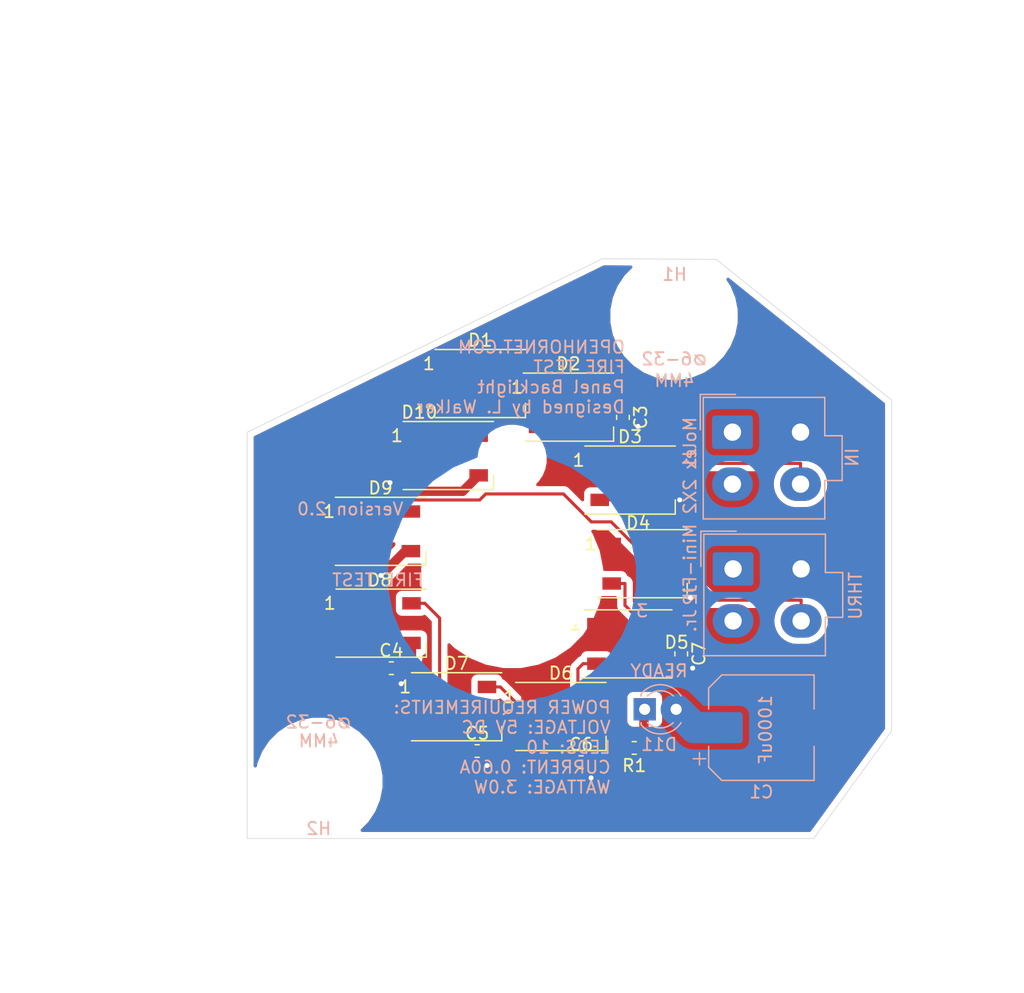
<source format=kicad_pcb>
(kicad_pcb (version 20171130) (host pcbnew "(5.1.6)-1")

  (general
    (thickness 1.6)
    (drawings 69)
    (tracks 125)
    (zones 0)
    (modules 23)
    (nets 15)
  )

  (page A4)
  (layers
    (0 F.Cu signal)
    (31 B.Cu signal)
    (32 B.Adhes user)
    (33 F.Adhes user)
    (34 B.Paste user hide)
    (35 F.Paste user hide)
    (36 B.SilkS user)
    (37 F.SilkS user)
    (38 B.Mask user)
    (39 F.Mask user)
    (40 Dwgs.User user)
    (41 Cmts.User user)
    (42 Eco1.User user)
    (43 Eco2.User user)
    (44 Edge.Cuts user)
    (45 Margin user)
    (46 B.CrtYd user)
    (47 F.CrtYd user)
    (48 B.Fab user)
    (49 F.Fab user)
  )

  (setup
    (last_trace_width 0.25)
    (user_trace_width 0.75)
    (user_trace_width 2.5)
    (user_trace_width 3)
    (trace_clearance 0.2)
    (zone_clearance 0.508)
    (zone_45_only no)
    (trace_min 0.2)
    (via_size 0.8)
    (via_drill 0.4)
    (via_min_size 0.4)
    (via_min_drill 0.3)
    (uvia_size 0.3)
    (uvia_drill 0.1)
    (uvias_allowed no)
    (uvia_min_size 0.2)
    (uvia_min_drill 0.1)
    (edge_width 0.05)
    (segment_width 0.2)
    (pcb_text_width 0.3)
    (pcb_text_size 1.5 1.5)
    (mod_edge_width 0.12)
    (mod_text_size 1 1)
    (mod_text_width 0.15)
    (pad_size 1.524 1.524)
    (pad_drill 0.762)
    (pad_to_mask_clearance 0.05)
    (aux_axis_origin 0 0)
    (visible_elements 7FFFFFFF)
    (pcbplotparams
      (layerselection 0x010fc_ffffffff)
      (usegerberextensions false)
      (usegerberattributes true)
      (usegerberadvancedattributes true)
      (creategerberjobfile true)
      (excludeedgelayer true)
      (linewidth 0.100000)
      (plotframeref false)
      (viasonmask false)
      (mode 1)
      (useauxorigin false)
      (hpglpennumber 1)
      (hpglpenspeed 20)
      (hpglpendiameter 15.000000)
      (psnegative false)
      (psa4output false)
      (plotreference true)
      (plotvalue true)
      (plotinvisibletext false)
      (padsonsilk false)
      (subtractmaskfromsilk false)
      (outputformat 1)
      (mirror false)
      (drillshape 0)
      (scaleselection 1)
      (outputdirectory "Manufacturing/"))
  )

  (net 0 "")
  (net 1 "Net-(D1-Pad2)")
  (net 2 "Net-(D2-Pad2)")
  (net 3 "Net-(D3-Pad2)")
  (net 4 "Net-(D4-Pad2)")
  (net 5 "Net-(D5-Pad2)")
  (net 6 "Net-(D6-Pad2)")
  (net 7 "Net-(D7-Pad2)")
  (net 8 "Net-(D8-Pad2)")
  (net 9 "Net-(D10-Pad4)")
  (net 10 /LEDGND)
  (net 11 /LED+5V)
  (net 12 "Net-(D11-Pad1)")
  (net 13 /DATAIN)
  (net 14 /DATAOUT)

  (net_class Default "This is the default net class."
    (clearance 0.2)
    (trace_width 0.25)
    (via_dia 0.8)
    (via_drill 0.4)
    (uvia_dia 0.3)
    (uvia_drill 0.1)
    (add_net /DATAIN)
    (add_net /DATAOUT)
    (add_net /LED+5V)
    (add_net /LEDGND)
    (add_net "Net-(D1-Pad2)")
    (add_net "Net-(D10-Pad4)")
    (add_net "Net-(D11-Pad1)")
    (add_net "Net-(D2-Pad2)")
    (add_net "Net-(D3-Pad2)")
    (add_net "Net-(D4-Pad2)")
    (add_net "Net-(D5-Pad2)")
    (add_net "Net-(D6-Pad2)")
    (add_net "Net-(D7-Pad2)")
    (add_net "Net-(D8-Pad2)")
  )

  (module OH_Backlighting:Molex_Mini-Fit_Jr_5566-04A_2x02_P4.20mm_Vertical (layer B.Cu) (tedit 5FF01E32) (tstamp 5F86FFCE)
    (at 152.391 100.498 270)
    (descr "Molex Mini-Fit Jr. Power Connectors, old mpn/engineering number: 5566-04A, example for new mpn: 39-28-x04x, 2 Pins per row, Mounting:  (http://www.molex.com/pdm_docs/sd/039281043_sd.pdf), generated with kicad-footprint-generator")
    (tags "connector Molex Mini-Fit_Jr side entry")
    (path /5FDE43BB)
    (fp_text reference J2 (at 2.1 3.45 90) (layer B.SilkS)
      (effects (font (size 1 1) (thickness 0.15)) (justify mirror))
    )
    (fp_text value Conn_01x04_Female (at 2.1 -9.95 90) (layer B.Fab)
      (effects (font (size 1 1) (thickness 0.15)) (justify mirror))
    )
    (fp_text user %R (at 2.1 1.55 90) (layer B.Fab)
      (effects (font (size 1 1) (thickness 0.15)) (justify mirror))
    )
    (fp_line (start -2.7 2.25) (end -2.7 -7.35) (layer B.Fab) (width 0.1))
    (fp_line (start -2.7 -7.35) (end 6.9 -7.35) (layer B.Fab) (width 0.1))
    (fp_line (start 6.9 -7.35) (end 6.9 2.25) (layer B.Fab) (width 0.1))
    (fp_line (start 6.9 2.25) (end -2.7 2.25) (layer B.Fab) (width 0.1))
    (fp_line (start 0.4 -7.35) (end 0.4 -8.75) (layer B.Fab) (width 0.1))
    (fp_line (start 0.4 -8.75) (end 3.8 -8.75) (layer B.Fab) (width 0.1))
    (fp_line (start 3.8 -8.75) (end 3.8 -7.35) (layer B.Fab) (width 0.1))
    (fp_line (start -1.65 1) (end -1.65 -2.3) (layer B.Fab) (width 0.1))
    (fp_line (start -1.65 -2.3) (end 1.65 -2.3) (layer B.Fab) (width 0.1))
    (fp_line (start 1.65 -2.3) (end 1.65 1) (layer B.Fab) (width 0.1))
    (fp_line (start 1.65 1) (end -1.65 1) (layer B.Fab) (width 0.1))
    (fp_line (start -1.65 -6.5) (end -1.65 -4.025) (layer B.Fab) (width 0.1))
    (fp_line (start -1.65 -4.025) (end -0.825 -3.2) (layer B.Fab) (width 0.1))
    (fp_line (start -0.825 -3.2) (end 0.825 -3.2) (layer B.Fab) (width 0.1))
    (fp_line (start 0.825 -3.2) (end 1.65 -4.025) (layer B.Fab) (width 0.1))
    (fp_line (start 1.65 -4.025) (end 1.65 -6.5) (layer B.Fab) (width 0.1))
    (fp_line (start 1.65 -6.5) (end -1.65 -6.5) (layer B.Fab) (width 0.1))
    (fp_line (start 2.55 -3.2) (end 2.55 -6.5) (layer B.Fab) (width 0.1))
    (fp_line (start 2.55 -6.5) (end 5.85 -6.5) (layer B.Fab) (width 0.1))
    (fp_line (start 5.85 -6.5) (end 5.85 -3.2) (layer B.Fab) (width 0.1))
    (fp_line (start 5.85 -3.2) (end 2.55 -3.2) (layer B.Fab) (width 0.1))
    (fp_line (start 2.55 -2.3) (end 2.55 0.175) (layer B.Fab) (width 0.1))
    (fp_line (start 2.55 0.175) (end 3.375 1) (layer B.Fab) (width 0.1))
    (fp_line (start 3.375 1) (end 5.025 1) (layer B.Fab) (width 0.1))
    (fp_line (start 5.025 1) (end 5.85 0.175) (layer B.Fab) (width 0.1))
    (fp_line (start 5.85 0.175) (end 5.85 -2.3) (layer B.Fab) (width 0.1))
    (fp_line (start 5.85 -2.3) (end 2.55 -2.3) (layer B.Fab) (width 0.1))
    (fp_line (start 2.1 2.36) (end -2.81 2.36) (layer B.SilkS) (width 0.12))
    (fp_line (start -2.81 2.36) (end -2.81 -7.46) (layer B.SilkS) (width 0.12))
    (fp_line (start -2.81 -7.46) (end 0.29 -7.46) (layer B.SilkS) (width 0.12))
    (fp_line (start 0.29 -7.46) (end 0.29 -8.86) (layer B.SilkS) (width 0.12))
    (fp_line (start 0.29 -8.86) (end 2.1 -8.86) (layer B.SilkS) (width 0.12))
    (fp_line (start 2.1 2.36) (end 7.01 2.36) (layer B.SilkS) (width 0.12))
    (fp_line (start 7.01 2.36) (end 7.01 -7.46) (layer B.SilkS) (width 0.12))
    (fp_line (start 7.01 -7.46) (end 3.91 -7.46) (layer B.SilkS) (width 0.12))
    (fp_line (start 3.91 -7.46) (end 3.91 -8.86) (layer B.SilkS) (width 0.12))
    (fp_line (start 3.91 -8.86) (end 2.1 -8.86) (layer B.SilkS) (width 0.12))
    (fp_line (start -0.2 2.6) (end -3.05 2.6) (layer B.SilkS) (width 0.12))
    (fp_line (start -3.05 2.6) (end -3.05 -0.25) (layer B.SilkS) (width 0.12))
    (fp_line (start -0.2 2.6) (end -3.05 2.6) (layer B.Fab) (width 0.1))
    (fp_line (start -3.05 2.6) (end -3.05 -0.25) (layer B.Fab) (width 0.1))
    (fp_line (start -3.2 2.75) (end -3.2 -9.25) (layer B.CrtYd) (width 0.05))
    (fp_line (start -3.2 -9.25) (end 7.4 -9.25) (layer B.CrtYd) (width 0.05))
    (fp_line (start 7.4 -9.25) (end 7.4 2.75) (layer B.CrtYd) (width 0.05))
    (fp_line (start 7.4 2.75) (end -3.2 2.75) (layer B.CrtYd) (width 0.05))
    (pad 4 thru_hole oval (at 4.2 -5.5 270) (size 2.7 3.3) (drill 1.4) (layers *.Cu *.Mask)
      (net 14 /DATAOUT))
    (pad 3 thru_hole oval (at 0 -5.5 270) (size 2.7 3.3) (drill 1.4) (layers *.Cu *.Mask)
      (net 10 /LEDGND))
    (pad 2 thru_hole oval (at 4.2 0 270) (size 2.7 3.3) (drill 1.4) (layers *.Cu *.Mask)
      (net 11 /LED+5V))
    (pad 1 thru_hole roundrect (at 0 0 270) (size 2.7 3.3) (drill 1.4) (layers *.Cu *.Mask) (roundrect_rratio 0.09259299999999999)
      (net 11 /LED+5V))
    (model ${KISYS3DMOD}/Connector_Molex.3dshapes/Molex_Mini-Fit_Jr_5566-04A_2x02_P4.20mm_Vertical.STEP
      (offset (xyz 2 -2.5 0))
      (scale (xyz 1 1 1))
      (rotate (xyz -90 0 180))
    )
  )

  (module OH_Backlighting:Molex_Mini-Fit_Jr_5566-04A_2x02_P4.20mm_Vertical (layer B.Cu) (tedit 5FF01E32) (tstamp 5F86FFA1)
    (at 152.341 89.4486 270)
    (descr "Molex Mini-Fit Jr. Power Connectors, old mpn/engineering number: 5566-04A, example for new mpn: 39-28-x04x, 2 Pins per row, Mounting:  (http://www.molex.com/pdm_docs/sd/039281043_sd.pdf), generated with kicad-footprint-generator")
    (tags "connector Molex Mini-Fit_Jr side entry")
    (path /5FDE27AC)
    (fp_text reference J1 (at 2.1 3.45 90) (layer B.SilkS)
      (effects (font (size 1 1) (thickness 0.15)) (justify mirror))
    )
    (fp_text value Conn_01x04_Female (at 2.1 -9.95 90) (layer B.Fab)
      (effects (font (size 1 1) (thickness 0.15)) (justify mirror))
    )
    (fp_text user %R (at 2.1 1.55 90) (layer B.Fab)
      (effects (font (size 1 1) (thickness 0.15)) (justify mirror))
    )
    (fp_line (start -2.7 2.25) (end -2.7 -7.35) (layer B.Fab) (width 0.1))
    (fp_line (start -2.7 -7.35) (end 6.9 -7.35) (layer B.Fab) (width 0.1))
    (fp_line (start 6.9 -7.35) (end 6.9 2.25) (layer B.Fab) (width 0.1))
    (fp_line (start 6.9 2.25) (end -2.7 2.25) (layer B.Fab) (width 0.1))
    (fp_line (start 0.4 -7.35) (end 0.4 -8.75) (layer B.Fab) (width 0.1))
    (fp_line (start 0.4 -8.75) (end 3.8 -8.75) (layer B.Fab) (width 0.1))
    (fp_line (start 3.8 -8.75) (end 3.8 -7.35) (layer B.Fab) (width 0.1))
    (fp_line (start -1.65 1) (end -1.65 -2.3) (layer B.Fab) (width 0.1))
    (fp_line (start -1.65 -2.3) (end 1.65 -2.3) (layer B.Fab) (width 0.1))
    (fp_line (start 1.65 -2.3) (end 1.65 1) (layer B.Fab) (width 0.1))
    (fp_line (start 1.65 1) (end -1.65 1) (layer B.Fab) (width 0.1))
    (fp_line (start -1.65 -6.5) (end -1.65 -4.025) (layer B.Fab) (width 0.1))
    (fp_line (start -1.65 -4.025) (end -0.825 -3.2) (layer B.Fab) (width 0.1))
    (fp_line (start -0.825 -3.2) (end 0.825 -3.2) (layer B.Fab) (width 0.1))
    (fp_line (start 0.825 -3.2) (end 1.65 -4.025) (layer B.Fab) (width 0.1))
    (fp_line (start 1.65 -4.025) (end 1.65 -6.5) (layer B.Fab) (width 0.1))
    (fp_line (start 1.65 -6.5) (end -1.65 -6.5) (layer B.Fab) (width 0.1))
    (fp_line (start 2.55 -3.2) (end 2.55 -6.5) (layer B.Fab) (width 0.1))
    (fp_line (start 2.55 -6.5) (end 5.85 -6.5) (layer B.Fab) (width 0.1))
    (fp_line (start 5.85 -6.5) (end 5.85 -3.2) (layer B.Fab) (width 0.1))
    (fp_line (start 5.85 -3.2) (end 2.55 -3.2) (layer B.Fab) (width 0.1))
    (fp_line (start 2.55 -2.3) (end 2.55 0.175) (layer B.Fab) (width 0.1))
    (fp_line (start 2.55 0.175) (end 3.375 1) (layer B.Fab) (width 0.1))
    (fp_line (start 3.375 1) (end 5.025 1) (layer B.Fab) (width 0.1))
    (fp_line (start 5.025 1) (end 5.85 0.175) (layer B.Fab) (width 0.1))
    (fp_line (start 5.85 0.175) (end 5.85 -2.3) (layer B.Fab) (width 0.1))
    (fp_line (start 5.85 -2.3) (end 2.55 -2.3) (layer B.Fab) (width 0.1))
    (fp_line (start 2.1 2.36) (end -2.81 2.36) (layer B.SilkS) (width 0.12))
    (fp_line (start -2.81 2.36) (end -2.81 -7.46) (layer B.SilkS) (width 0.12))
    (fp_line (start -2.81 -7.46) (end 0.29 -7.46) (layer B.SilkS) (width 0.12))
    (fp_line (start 0.29 -7.46) (end 0.29 -8.86) (layer B.SilkS) (width 0.12))
    (fp_line (start 0.29 -8.86) (end 2.1 -8.86) (layer B.SilkS) (width 0.12))
    (fp_line (start 2.1 2.36) (end 7.01 2.36) (layer B.SilkS) (width 0.12))
    (fp_line (start 7.01 2.36) (end 7.01 -7.46) (layer B.SilkS) (width 0.12))
    (fp_line (start 7.01 -7.46) (end 3.91 -7.46) (layer B.SilkS) (width 0.12))
    (fp_line (start 3.91 -7.46) (end 3.91 -8.86) (layer B.SilkS) (width 0.12))
    (fp_line (start 3.91 -8.86) (end 2.1 -8.86) (layer B.SilkS) (width 0.12))
    (fp_line (start -0.2 2.6) (end -3.05 2.6) (layer B.SilkS) (width 0.12))
    (fp_line (start -3.05 2.6) (end -3.05 -0.25) (layer B.SilkS) (width 0.12))
    (fp_line (start -0.2 2.6) (end -3.05 2.6) (layer B.Fab) (width 0.1))
    (fp_line (start -3.05 2.6) (end -3.05 -0.25) (layer B.Fab) (width 0.1))
    (fp_line (start -3.2 2.75) (end -3.2 -9.25) (layer B.CrtYd) (width 0.05))
    (fp_line (start -3.2 -9.25) (end 7.4 -9.25) (layer B.CrtYd) (width 0.05))
    (fp_line (start 7.4 -9.25) (end 7.4 2.75) (layer B.CrtYd) (width 0.05))
    (fp_line (start 7.4 2.75) (end -3.2 2.75) (layer B.CrtYd) (width 0.05))
    (pad 4 thru_hole oval (at 4.2 -5.5 270) (size 2.7 3.3) (drill 1.4) (layers *.Cu *.Mask)
      (net 13 /DATAIN))
    (pad 3 thru_hole oval (at 0 -5.5 270) (size 2.7 3.3) (drill 1.4) (layers *.Cu *.Mask)
      (net 10 /LEDGND))
    (pad 2 thru_hole oval (at 4.2 0 270) (size 2.7 3.3) (drill 1.4) (layers *.Cu *.Mask)
      (net 11 /LED+5V))
    (pad 1 thru_hole roundrect (at 0 0 270) (size 2.7 3.3) (drill 1.4) (layers *.Cu *.Mask) (roundrect_rratio 0.09259299999999999)
      (net 11 /LED+5V))
    (model ${KISYS3DMOD}/Connector_Molex.3dshapes/Molex_Mini-Fit_Jr_5566-04A_2x02_P4.20mm_Vertical.STEP
      (offset (xyz 2 -2.5 0))
      (scale (xyz 1 1 1))
      (rotate (xyz -90 0 180))
    )
  )

  (module OH_Backlighting:OH_Panel_6-32_PHS (layer F.Cu) (tedit 5FCED876) (tstamp 5FDC9B63)
    (at 118.921711 117.666493)
    (fp_text reference 3 (at -0.025 -7.025) (layer F.SilkS) hide
      (effects (font (size 1 1) (thickness 0.15)))
    )
    (fp_text value OH_Panel_Fastner_Keepout (at -0.025 -5.65) (layer F.Fab) hide
      (effects (font (size 1 1) (thickness 0.15)))
    )
    (fp_text user 4MM (at 0 -3.275 180) (layer B.SilkS)
      (effects (font (size 1 1) (thickness 0.15)) (justify mirror))
    )
    (fp_text user H2 (at 0 3.81) (layer B.SilkS)
      (effects (font (size 1 1) (thickness 0.15)) (justify mirror))
    )
    (fp_text user ⌀6-32 (at 0 -4.8) (layer B.SilkS)
      (effects (font (size 1 1) (thickness 0.15)) (justify mirror))
    )
    (pad "" np_thru_hole circle (at 0 0) (size 4.3 4.3) (drill 4.3) (layers *.Cu *.Mask)
      (clearance 3))
  )

  (module OH_Backlighting:OH_Panel_6-32_PHS (layer F.Cu) (tedit 5FCED876) (tstamp 5FDC9AC7)
    (at 147.623711 80.074493)
    (fp_text reference 2 (at -0.025 -7.025) (layer F.SilkS) hide
      (effects (font (size 1 1) (thickness 0.15)))
    )
    (fp_text value OH_Panel_Fastner_Keepout (at -0.025 -5.65) (layer F.Fab) hide
      (effects (font (size 1 1) (thickness 0.15)))
    )
    (fp_text user 4MM (at 0.039189 5.211087 180) (layer B.SilkS)
      (effects (font (size 1 1) (thickness 0.15)) (justify mirror))
    )
    (fp_text user H1 (at 0.039189 -3.371573) (layer B.SilkS)
      (effects (font (size 1 1) (thickness 0.15)) (justify mirror))
    )
    (fp_text user ⌀6-32 (at 0.039189 3.461027) (layer B.SilkS)
      (effects (font (size 1 1) (thickness 0.15)) (justify mirror))
    )
    (pad "" np_thru_hole circle (at 0 0) (size 4.3 4.3) (drill 4.3) (layers *.Cu *.Mask)
      (clearance 3))
  )

  (module OH_Backlighting:100SPX_Toggle_13mm_x_18mm (layer F.Cu) (tedit 5FBF1A0E) (tstamp 5FDC98C1)
    (at 134.542711 101.156493 180)
    (fp_text reference 1 (at 0.025 -9) (layer F.SilkS) hide
      (effects (font (size 1 1) (thickness 0.15)))
    )
    (fp_text value 100SPX_Toggle_13mm_x_18mm (at 0.025 -7.6) (layer F.Fab) hide
      (effects (font (size 1 1) (thickness 0.15)))
    )
    (pad "" np_thru_hole circle (at 0 0 180) (size 12.7 12.7) (drill 12.7) (layers *.Mask B.Cu)
      (clearance 3.65))
    (pad "" np_thru_hole circle (at 0 0 180) (size 12.7 12.7) (drill 12.7) (layers *.Mask F.Cu)
      (clearance 1))
    (pad "" np_thru_hole circle (at 0 9.525 180) (size 3.572 3.572) (drill 3.572) (layers *.Cu *.Mask)
      (clearance 1))
  )

  (module Resistor_SMD:R_0603_1608Metric (layer F.Cu) (tedit 5B301BBD) (tstamp 5F979772)
    (at 144.407 114.958 180)
    (descr "Resistor SMD 0603 (1608 Metric), square (rectangular) end terminal, IPC_7351 nominal, (Body size source: http://www.tortai-tech.com/upload/download/2011102023233369053.pdf), generated with kicad-footprint-generator")
    (tags resistor)
    (path /5FDDEC6F)
    (attr smd)
    (fp_text reference R1 (at 0 -1.43) (layer F.SilkS)
      (effects (font (size 1 1) (thickness 0.15)))
    )
    (fp_text value R (at 0 1.43) (layer F.Fab)
      (effects (font (size 1 1) (thickness 0.15)))
    )
    (fp_line (start 1.48 0.73) (end -1.48 0.73) (layer F.CrtYd) (width 0.05))
    (fp_line (start 1.48 -0.73) (end 1.48 0.73) (layer F.CrtYd) (width 0.05))
    (fp_line (start -1.48 -0.73) (end 1.48 -0.73) (layer F.CrtYd) (width 0.05))
    (fp_line (start -1.48 0.73) (end -1.48 -0.73) (layer F.CrtYd) (width 0.05))
    (fp_line (start -0.162779 0.51) (end 0.162779 0.51) (layer F.SilkS) (width 0.12))
    (fp_line (start -0.162779 -0.51) (end 0.162779 -0.51) (layer F.SilkS) (width 0.12))
    (fp_line (start 0.8 0.4) (end -0.8 0.4) (layer F.Fab) (width 0.1))
    (fp_line (start 0.8 -0.4) (end 0.8 0.4) (layer F.Fab) (width 0.1))
    (fp_line (start -0.8 -0.4) (end 0.8 -0.4) (layer F.Fab) (width 0.1))
    (fp_line (start -0.8 0.4) (end -0.8 -0.4) (layer F.Fab) (width 0.1))
    (fp_text user %R (at 0 0) (layer F.Fab)
      (effects (font (size 0.4 0.4) (thickness 0.06)))
    )
    (pad 2 smd roundrect (at 0.7875 0 180) (size 0.875 0.95) (layers F.Cu F.Paste F.Mask) (roundrect_rratio 0.25)
      (net 10 /LEDGND))
    (pad 1 smd roundrect (at -0.7875 0 180) (size 0.875 0.95) (layers F.Cu F.Paste F.Mask) (roundrect_rratio 0.25)
      (net 12 "Net-(D11-Pad1)"))
    (model ${KISYS3DMOD}/Resistor_SMD.3dshapes/R_0603_1608Metric.wrl
      (at (xyz 0 0 0))
      (scale (xyz 1 1 1))
      (rotate (xyz 0 0 0))
    )
  )

  (module Capacitor_SMD:C_0603_1608Metric (layer F.Cu) (tedit 5B301BBE) (tstamp 5F9794FC)
    (at 148.204 107.361 270)
    (descr "Capacitor SMD 0603 (1608 Metric), square (rectangular) end terminal, IPC_7351 nominal, (Body size source: http://www.tortai-tech.com/upload/download/2011102023233369053.pdf), generated with kicad-footprint-generator")
    (tags capacitor)
    (path /5FDD4B9B)
    (attr smd)
    (fp_text reference C7 (at 0 -1.43 90) (layer F.SilkS)
      (effects (font (size 1 1) (thickness 0.15)))
    )
    (fp_text value C (at 0 1.43 90) (layer F.Fab)
      (effects (font (size 1 1) (thickness 0.15)))
    )
    (fp_line (start 1.48 0.73) (end -1.48 0.73) (layer F.CrtYd) (width 0.05))
    (fp_line (start 1.48 -0.73) (end 1.48 0.73) (layer F.CrtYd) (width 0.05))
    (fp_line (start -1.48 -0.73) (end 1.48 -0.73) (layer F.CrtYd) (width 0.05))
    (fp_line (start -1.48 0.73) (end -1.48 -0.73) (layer F.CrtYd) (width 0.05))
    (fp_line (start -0.162779 0.51) (end 0.162779 0.51) (layer F.SilkS) (width 0.12))
    (fp_line (start -0.162779 -0.51) (end 0.162779 -0.51) (layer F.SilkS) (width 0.12))
    (fp_line (start 0.8 0.4) (end -0.8 0.4) (layer F.Fab) (width 0.1))
    (fp_line (start 0.8 -0.4) (end 0.8 0.4) (layer F.Fab) (width 0.1))
    (fp_line (start -0.8 -0.4) (end 0.8 -0.4) (layer F.Fab) (width 0.1))
    (fp_line (start -0.8 0.4) (end -0.8 -0.4) (layer F.Fab) (width 0.1))
    (fp_text user %R (at 0 0 90) (layer F.Fab)
      (effects (font (size 0.4 0.4) (thickness 0.06)))
    )
    (pad 2 smd roundrect (at 0.7875 0 270) (size 0.875 0.95) (layers F.Cu F.Paste F.Mask) (roundrect_rratio 0.25)
      (net 10 /LEDGND))
    (pad 1 smd roundrect (at -0.7875 0 270) (size 0.875 0.95) (layers F.Cu F.Paste F.Mask) (roundrect_rratio 0.25)
      (net 11 /LED+5V))
    (model ${KISYS3DMOD}/Capacitor_SMD.3dshapes/C_0603_1608Metric.wrl
      (at (xyz 0 0 0))
      (scale (xyz 1 1 1))
      (rotate (xyz 0 0 0))
    )
  )

  (module Capacitor_SMD:C_0603_1608Metric (layer F.Cu) (tedit 5B301BBE) (tstamp 5F9794EB)
    (at 140.114 116.108)
    (descr "Capacitor SMD 0603 (1608 Metric), square (rectangular) end terminal, IPC_7351 nominal, (Body size source: http://www.tortai-tech.com/upload/download/2011102023233369053.pdf), generated with kicad-footprint-generator")
    (tags capacitor)
    (path /5FDD46F4)
    (attr smd)
    (fp_text reference C6 (at 0 -1.43) (layer F.SilkS)
      (effects (font (size 1 1) (thickness 0.15)))
    )
    (fp_text value C (at 0 1.43) (layer F.Fab)
      (effects (font (size 1 1) (thickness 0.15)))
    )
    (fp_line (start 1.48 0.73) (end -1.48 0.73) (layer F.CrtYd) (width 0.05))
    (fp_line (start 1.48 -0.73) (end 1.48 0.73) (layer F.CrtYd) (width 0.05))
    (fp_line (start -1.48 -0.73) (end 1.48 -0.73) (layer F.CrtYd) (width 0.05))
    (fp_line (start -1.48 0.73) (end -1.48 -0.73) (layer F.CrtYd) (width 0.05))
    (fp_line (start -0.162779 0.51) (end 0.162779 0.51) (layer F.SilkS) (width 0.12))
    (fp_line (start -0.162779 -0.51) (end 0.162779 -0.51) (layer F.SilkS) (width 0.12))
    (fp_line (start 0.8 0.4) (end -0.8 0.4) (layer F.Fab) (width 0.1))
    (fp_line (start 0.8 -0.4) (end 0.8 0.4) (layer F.Fab) (width 0.1))
    (fp_line (start -0.8 -0.4) (end 0.8 -0.4) (layer F.Fab) (width 0.1))
    (fp_line (start -0.8 0.4) (end -0.8 -0.4) (layer F.Fab) (width 0.1))
    (fp_text user %R (at 0 0) (layer F.Fab)
      (effects (font (size 0.4 0.4) (thickness 0.06)))
    )
    (pad 2 smd roundrect (at 0.7875 0) (size 0.875 0.95) (layers F.Cu F.Paste F.Mask) (roundrect_rratio 0.25)
      (net 10 /LEDGND))
    (pad 1 smd roundrect (at -0.7875 0) (size 0.875 0.95) (layers F.Cu F.Paste F.Mask) (roundrect_rratio 0.25)
      (net 11 /LED+5V))
    (model ${KISYS3DMOD}/Capacitor_SMD.3dshapes/C_0603_1608Metric.wrl
      (at (xyz 0 0 0))
      (scale (xyz 1 1 1))
      (rotate (xyz 0 0 0))
    )
  )

  (module Capacitor_SMD:C_0603_1608Metric (layer F.Cu) (tedit 5B301BBE) (tstamp 5F9794DA)
    (at 131.717 115.209)
    (descr "Capacitor SMD 0603 (1608 Metric), square (rectangular) end terminal, IPC_7351 nominal, (Body size source: http://www.tortai-tech.com/upload/download/2011102023233369053.pdf), generated with kicad-footprint-generator")
    (tags capacitor)
    (path /5FDD43F9)
    (attr smd)
    (fp_text reference C5 (at 0 -1.43) (layer F.SilkS)
      (effects (font (size 1 1) (thickness 0.15)))
    )
    (fp_text value C (at 0 1.43) (layer F.Fab)
      (effects (font (size 1 1) (thickness 0.15)))
    )
    (fp_line (start 1.48 0.73) (end -1.48 0.73) (layer F.CrtYd) (width 0.05))
    (fp_line (start 1.48 -0.73) (end 1.48 0.73) (layer F.CrtYd) (width 0.05))
    (fp_line (start -1.48 -0.73) (end 1.48 -0.73) (layer F.CrtYd) (width 0.05))
    (fp_line (start -1.48 0.73) (end -1.48 -0.73) (layer F.CrtYd) (width 0.05))
    (fp_line (start -0.162779 0.51) (end 0.162779 0.51) (layer F.SilkS) (width 0.12))
    (fp_line (start -0.162779 -0.51) (end 0.162779 -0.51) (layer F.SilkS) (width 0.12))
    (fp_line (start 0.8 0.4) (end -0.8 0.4) (layer F.Fab) (width 0.1))
    (fp_line (start 0.8 -0.4) (end 0.8 0.4) (layer F.Fab) (width 0.1))
    (fp_line (start -0.8 -0.4) (end 0.8 -0.4) (layer F.Fab) (width 0.1))
    (fp_line (start -0.8 0.4) (end -0.8 -0.4) (layer F.Fab) (width 0.1))
    (fp_text user %R (at 0 0) (layer F.Fab)
      (effects (font (size 0.4 0.4) (thickness 0.06)))
    )
    (pad 2 smd roundrect (at 0.7875 0) (size 0.875 0.95) (layers F.Cu F.Paste F.Mask) (roundrect_rratio 0.25)
      (net 10 /LEDGND))
    (pad 1 smd roundrect (at -0.7875 0) (size 0.875 0.95) (layers F.Cu F.Paste F.Mask) (roundrect_rratio 0.25)
      (net 11 /LED+5V))
    (model ${KISYS3DMOD}/Capacitor_SMD.3dshapes/C_0603_1608Metric.wrl
      (at (xyz 0 0 0))
      (scale (xyz 1 1 1))
      (rotate (xyz 0 0 0))
    )
  )

  (module Capacitor_SMD:C_0603_1608Metric (layer F.Cu) (tedit 5B301BBE) (tstamp 5F9794C9)
    (at 124.785 108.519)
    (descr "Capacitor SMD 0603 (1608 Metric), square (rectangular) end terminal, IPC_7351 nominal, (Body size source: http://www.tortai-tech.com/upload/download/2011102023233369053.pdf), generated with kicad-footprint-generator")
    (tags capacitor)
    (path /5FDD40B0)
    (attr smd)
    (fp_text reference C4 (at 0 -1.43) (layer F.SilkS)
      (effects (font (size 1 1) (thickness 0.15)))
    )
    (fp_text value C (at 0 1.43) (layer F.Fab)
      (effects (font (size 1 1) (thickness 0.15)))
    )
    (fp_line (start 1.48 0.73) (end -1.48 0.73) (layer F.CrtYd) (width 0.05))
    (fp_line (start 1.48 -0.73) (end 1.48 0.73) (layer F.CrtYd) (width 0.05))
    (fp_line (start -1.48 -0.73) (end 1.48 -0.73) (layer F.CrtYd) (width 0.05))
    (fp_line (start -1.48 0.73) (end -1.48 -0.73) (layer F.CrtYd) (width 0.05))
    (fp_line (start -0.162779 0.51) (end 0.162779 0.51) (layer F.SilkS) (width 0.12))
    (fp_line (start -0.162779 -0.51) (end 0.162779 -0.51) (layer F.SilkS) (width 0.12))
    (fp_line (start 0.8 0.4) (end -0.8 0.4) (layer F.Fab) (width 0.1))
    (fp_line (start 0.8 -0.4) (end 0.8 0.4) (layer F.Fab) (width 0.1))
    (fp_line (start -0.8 -0.4) (end 0.8 -0.4) (layer F.Fab) (width 0.1))
    (fp_line (start -0.8 0.4) (end -0.8 -0.4) (layer F.Fab) (width 0.1))
    (fp_text user %R (at 0 0) (layer F.Fab)
      (effects (font (size 0.4 0.4) (thickness 0.06)))
    )
    (pad 2 smd roundrect (at 0.7875 0) (size 0.875 0.95) (layers F.Cu F.Paste F.Mask) (roundrect_rratio 0.25)
      (net 10 /LEDGND))
    (pad 1 smd roundrect (at -0.7875 0) (size 0.875 0.95) (layers F.Cu F.Paste F.Mask) (roundrect_rratio 0.25)
      (net 11 /LED+5V))
    (model ${KISYS3DMOD}/Capacitor_SMD.3dshapes/C_0603_1608Metric.wrl
      (at (xyz 0 0 0))
      (scale (xyz 1 1 1))
      (rotate (xyz 0 0 0))
    )
  )

  (module Capacitor_SMD:C_0603_1608Metric (layer F.Cu) (tedit 5B301BBE) (tstamp 5F9794B8)
    (at 143.495 88.2522 270)
    (descr "Capacitor SMD 0603 (1608 Metric), square (rectangular) end terminal, IPC_7351 nominal, (Body size source: http://www.tortai-tech.com/upload/download/2011102023233369053.pdf), generated with kicad-footprint-generator")
    (tags capacitor)
    (path /5FDD3D32)
    (attr smd)
    (fp_text reference C3 (at 0 -1.43 90) (layer F.SilkS)
      (effects (font (size 1 1) (thickness 0.15)))
    )
    (fp_text value C (at 0 1.43 90) (layer F.Fab)
      (effects (font (size 1 1) (thickness 0.15)))
    )
    (fp_line (start 1.48 0.73) (end -1.48 0.73) (layer F.CrtYd) (width 0.05))
    (fp_line (start 1.48 -0.73) (end 1.48 0.73) (layer F.CrtYd) (width 0.05))
    (fp_line (start -1.48 -0.73) (end 1.48 -0.73) (layer F.CrtYd) (width 0.05))
    (fp_line (start -1.48 0.73) (end -1.48 -0.73) (layer F.CrtYd) (width 0.05))
    (fp_line (start -0.162779 0.51) (end 0.162779 0.51) (layer F.SilkS) (width 0.12))
    (fp_line (start -0.162779 -0.51) (end 0.162779 -0.51) (layer F.SilkS) (width 0.12))
    (fp_line (start 0.8 0.4) (end -0.8 0.4) (layer F.Fab) (width 0.1))
    (fp_line (start 0.8 -0.4) (end 0.8 0.4) (layer F.Fab) (width 0.1))
    (fp_line (start -0.8 -0.4) (end 0.8 -0.4) (layer F.Fab) (width 0.1))
    (fp_line (start -0.8 0.4) (end -0.8 -0.4) (layer F.Fab) (width 0.1))
    (fp_text user %R (at 0 0 90) (layer F.Fab)
      (effects (font (size 0.4 0.4) (thickness 0.06)))
    )
    (pad 2 smd roundrect (at 0.7875 0 270) (size 0.875 0.95) (layers F.Cu F.Paste F.Mask) (roundrect_rratio 0.25)
      (net 10 /LEDGND))
    (pad 1 smd roundrect (at -0.7875 0 270) (size 0.875 0.95) (layers F.Cu F.Paste F.Mask) (roundrect_rratio 0.25)
      (net 11 /LED+5V))
    (model ${KISYS3DMOD}/Capacitor_SMD.3dshapes/C_0603_1608Metric.wrl
      (at (xyz 0 0 0))
      (scale (xyz 1 1 1))
      (rotate (xyz 0 0 0))
    )
  )

  (module LED_THT:LED_D3.0mm (layer B.Cu) (tedit 587A3A7B) (tstamp 5F9796E9)
    (at 145.25 111.839)
    (descr "LED, diameter 3.0mm, 2 pins")
    (tags "LED diameter 3.0mm 2 pins")
    (path /5FDDDB36)
    (fp_text reference D11 (at 1.1684 2.8448) (layer B.SilkS)
      (effects (font (size 1 1) (thickness 0.15)) (justify mirror))
    )
    (fp_text value LED (at 1.27 -2.96) (layer B.Fab)
      (effects (font (size 1 1) (thickness 0.15)) (justify mirror))
    )
    (fp_line (start 3.7 2.25) (end -1.15 2.25) (layer B.CrtYd) (width 0.05))
    (fp_line (start 3.7 -2.25) (end 3.7 2.25) (layer B.CrtYd) (width 0.05))
    (fp_line (start -1.15 -2.25) (end 3.7 -2.25) (layer B.CrtYd) (width 0.05))
    (fp_line (start -1.15 2.25) (end -1.15 -2.25) (layer B.CrtYd) (width 0.05))
    (fp_line (start -0.29 -1.08) (end -0.29 -1.236) (layer B.SilkS) (width 0.12))
    (fp_line (start -0.29 1.236) (end -0.29 1.08) (layer B.SilkS) (width 0.12))
    (fp_line (start -0.23 1.16619) (end -0.23 -1.16619) (layer B.Fab) (width 0.1))
    (fp_circle (center 1.27 0) (end 2.77 0) (layer B.Fab) (width 0.1))
    (fp_arc (start 1.27 0) (end 0.229039 -1.08) (angle 87.9) (layer B.SilkS) (width 0.12))
    (fp_arc (start 1.27 0) (end 0.229039 1.08) (angle -87.9) (layer B.SilkS) (width 0.12))
    (fp_arc (start 1.27 0) (end -0.29 -1.235516) (angle 108.8) (layer B.SilkS) (width 0.12))
    (fp_arc (start 1.27 0) (end -0.29 1.235516) (angle -108.8) (layer B.SilkS) (width 0.12))
    (fp_arc (start 1.27 0) (end -0.23 1.16619) (angle -284.3) (layer B.Fab) (width 0.1))
    (pad 2 thru_hole circle (at 2.54 0) (size 1.8 1.8) (drill 0.9) (layers *.Cu *.Mask)
      (net 11 /LED+5V))
    (pad 1 thru_hole rect (at 0 0) (size 1.8 1.8) (drill 0.9) (layers *.Cu *.Mask)
      (net 12 "Net-(D11-Pad1)"))
    (model ${KISYS3DMOD}/LED_THT.3dshapes/LED_D3.0mm.wrl
      (at (xyz 0 0 0))
      (scale (xyz 1 1 1))
      (rotate (xyz 0 0 0))
    )
  )

  (module LED_SMD:LED_WS2812B_PLCC4_5.0x5.0mm_P3.2mm (layer F.Cu) (tedit 5AA4B285) (tstamp 5F86FF74)
    (at 129.388 91.3384)
    (descr https://cdn-shop.adafruit.com/datasheets/WS2812B.pdf)
    (tags "LED RGB NeoPixel")
    (path /5FDC7DD1)
    (attr smd)
    (fp_text reference D10 (at -2.3368 -3.5) (layer F.SilkS)
      (effects (font (size 1 1) (thickness 0.15)))
    )
    (fp_text value WS2812B (at 0 4) (layer F.Fab)
      (effects (font (size 1 1) (thickness 0.15)))
    )
    (fp_line (start 3.45 -2.75) (end -3.45 -2.75) (layer F.CrtYd) (width 0.05))
    (fp_line (start 3.45 2.75) (end 3.45 -2.75) (layer F.CrtYd) (width 0.05))
    (fp_line (start -3.45 2.75) (end 3.45 2.75) (layer F.CrtYd) (width 0.05))
    (fp_line (start -3.45 -2.75) (end -3.45 2.75) (layer F.CrtYd) (width 0.05))
    (fp_line (start 2.5 1.5) (end 1.5 2.5) (layer F.Fab) (width 0.1))
    (fp_line (start -2.5 -2.5) (end -2.5 2.5) (layer F.Fab) (width 0.1))
    (fp_line (start -2.5 2.5) (end 2.5 2.5) (layer F.Fab) (width 0.1))
    (fp_line (start 2.5 2.5) (end 2.5 -2.5) (layer F.Fab) (width 0.1))
    (fp_line (start 2.5 -2.5) (end -2.5 -2.5) (layer F.Fab) (width 0.1))
    (fp_line (start -3.65 -2.75) (end 3.65 -2.75) (layer F.SilkS) (width 0.12))
    (fp_line (start -3.65 2.75) (end 3.65 2.75) (layer F.SilkS) (width 0.12))
    (fp_line (start 3.65 2.75) (end 3.65 1.6) (layer F.SilkS) (width 0.12))
    (fp_circle (center 0 0) (end 0 -2) (layer F.Fab) (width 0.1))
    (fp_text user %R (at 0 0) (layer F.Fab)
      (effects (font (size 0.8 0.8) (thickness 0.15)))
    )
    (fp_text user 1 (at -4.15 -1.6) (layer F.SilkS)
      (effects (font (size 1 1) (thickness 0.15)))
    )
    (pad 1 smd rect (at -2.45 -1.6) (size 1.5 1) (layers F.Cu F.Paste F.Mask)
      (net 11 /LED+5V))
    (pad 2 smd rect (at -2.45 1.6) (size 1.5 1) (layers F.Cu F.Paste F.Mask)
      (net 14 /DATAOUT))
    (pad 4 smd rect (at 2.45 -1.6) (size 1.5 1) (layers F.Cu F.Paste F.Mask)
      (net 9 "Net-(D10-Pad4)"))
    (pad 3 smd rect (at 2.45 1.6) (size 1.5 1) (layers F.Cu F.Paste F.Mask)
      (net 10 /LEDGND))
    (model ${KISYS3DMOD}/LED_SMD.3dshapes/LED_WS2812B_PLCC4_5.0x5.0mm_P3.2mm.wrl
      (at (xyz 0 0 0))
      (scale (xyz 1 1 1))
      (rotate (xyz 0 0 0))
    )
  )

  (module LED_SMD:LED_WS2812B_PLCC4_5.0x5.0mm_P3.2mm (layer F.Cu) (tedit 5AA4B285) (tstamp 5F86FF5D)
    (at 123.913 97.4596)
    (descr https://cdn-shop.adafruit.com/datasheets/WS2812B.pdf)
    (tags "LED RGB NeoPixel")
    (path /5FDC7DCB)
    (attr smd)
    (fp_text reference D9 (at 0 -3.5) (layer F.SilkS)
      (effects (font (size 1 1) (thickness 0.15)))
    )
    (fp_text value WS2812B (at 0 4) (layer F.Fab)
      (effects (font (size 1 1) (thickness 0.15)))
    )
    (fp_line (start 3.45 -2.75) (end -3.45 -2.75) (layer F.CrtYd) (width 0.05))
    (fp_line (start 3.45 2.75) (end 3.45 -2.75) (layer F.CrtYd) (width 0.05))
    (fp_line (start -3.45 2.75) (end 3.45 2.75) (layer F.CrtYd) (width 0.05))
    (fp_line (start -3.45 -2.75) (end -3.45 2.75) (layer F.CrtYd) (width 0.05))
    (fp_line (start 2.5 1.5) (end 1.5 2.5) (layer F.Fab) (width 0.1))
    (fp_line (start -2.5 -2.5) (end -2.5 2.5) (layer F.Fab) (width 0.1))
    (fp_line (start -2.5 2.5) (end 2.5 2.5) (layer F.Fab) (width 0.1))
    (fp_line (start 2.5 2.5) (end 2.5 -2.5) (layer F.Fab) (width 0.1))
    (fp_line (start 2.5 -2.5) (end -2.5 -2.5) (layer F.Fab) (width 0.1))
    (fp_line (start -3.65 -2.75) (end 3.65 -2.75) (layer F.SilkS) (width 0.12))
    (fp_line (start -3.65 2.75) (end 3.65 2.75) (layer F.SilkS) (width 0.12))
    (fp_line (start 3.65 2.75) (end 3.65 1.6) (layer F.SilkS) (width 0.12))
    (fp_circle (center 0 0) (end 0 -2) (layer F.Fab) (width 0.1))
    (fp_text user %R (at 0 0) (layer F.Fab)
      (effects (font (size 0.8 0.8) (thickness 0.15)))
    )
    (fp_text user 1 (at -4.15 -1.6) (layer F.SilkS)
      (effects (font (size 1 1) (thickness 0.15)))
    )
    (pad 1 smd rect (at -2.45 -1.6) (size 1.5 1) (layers F.Cu F.Paste F.Mask)
      (net 11 /LED+5V))
    (pad 2 smd rect (at -2.45 1.6) (size 1.5 1) (layers F.Cu F.Paste F.Mask)
      (net 9 "Net-(D10-Pad4)"))
    (pad 4 smd rect (at 2.45 -1.6) (size 1.5 1) (layers F.Cu F.Paste F.Mask)
      (net 8 "Net-(D8-Pad2)"))
    (pad 3 smd rect (at 2.45 1.6) (size 1.5 1) (layers F.Cu F.Paste F.Mask)
      (net 10 /LEDGND))
    (model ${KISYS3DMOD}/LED_SMD.3dshapes/LED_WS2812B_PLCC4_5.0x5.0mm_P3.2mm.wrl
      (at (xyz 0 0 0))
      (scale (xyz 1 1 1))
      (rotate (xyz 0 0 0))
    )
  )

  (module LED_SMD:LED_WS2812B_PLCC4_5.0x5.0mm_P3.2mm (layer F.Cu) (tedit 5AA4B285) (tstamp 5F86FF46)
    (at 123.964 104.876)
    (descr https://cdn-shop.adafruit.com/datasheets/WS2812B.pdf)
    (tags "LED RGB NeoPixel")
    (path /5FDC418D)
    (attr smd)
    (fp_text reference D8 (at -0.1132 -3.4796) (layer F.SilkS)
      (effects (font (size 1 1) (thickness 0.15)))
    )
    (fp_text value WS2812B (at 0 4) (layer F.Fab)
      (effects (font (size 1 1) (thickness 0.15)))
    )
    (fp_line (start 3.45 -2.75) (end -3.45 -2.75) (layer F.CrtYd) (width 0.05))
    (fp_line (start 3.45 2.75) (end 3.45 -2.75) (layer F.CrtYd) (width 0.05))
    (fp_line (start -3.45 2.75) (end 3.45 2.75) (layer F.CrtYd) (width 0.05))
    (fp_line (start -3.45 -2.75) (end -3.45 2.75) (layer F.CrtYd) (width 0.05))
    (fp_line (start 2.5 1.5) (end 1.5 2.5) (layer F.Fab) (width 0.1))
    (fp_line (start -2.5 -2.5) (end -2.5 2.5) (layer F.Fab) (width 0.1))
    (fp_line (start -2.5 2.5) (end 2.5 2.5) (layer F.Fab) (width 0.1))
    (fp_line (start 2.5 2.5) (end 2.5 -2.5) (layer F.Fab) (width 0.1))
    (fp_line (start 2.5 -2.5) (end -2.5 -2.5) (layer F.Fab) (width 0.1))
    (fp_line (start -3.65 -2.75) (end 3.65 -2.75) (layer F.SilkS) (width 0.12))
    (fp_line (start -3.65 2.75) (end 3.65 2.75) (layer F.SilkS) (width 0.12))
    (fp_line (start 3.65 2.75) (end 3.65 1.6) (layer F.SilkS) (width 0.12))
    (fp_circle (center 0 0) (end 0 -2) (layer F.Fab) (width 0.1))
    (fp_text user %R (at 0 0) (layer F.Fab)
      (effects (font (size 0.8 0.8) (thickness 0.15)))
    )
    (fp_text user 1 (at -4.15 -1.6) (layer F.SilkS)
      (effects (font (size 1 1) (thickness 0.15)))
    )
    (pad 1 smd rect (at -2.45 -1.6) (size 1.5 1) (layers F.Cu F.Paste F.Mask)
      (net 11 /LED+5V))
    (pad 2 smd rect (at -2.45 1.6) (size 1.5 1) (layers F.Cu F.Paste F.Mask)
      (net 8 "Net-(D8-Pad2)"))
    (pad 4 smd rect (at 2.45 -1.6) (size 1.5 1) (layers F.Cu F.Paste F.Mask)
      (net 7 "Net-(D7-Pad2)"))
    (pad 3 smd rect (at 2.45 1.6) (size 1.5 1) (layers F.Cu F.Paste F.Mask)
      (net 10 /LEDGND))
    (model ${KISYS3DMOD}/LED_SMD.3dshapes/LED_WS2812B_PLCC4_5.0x5.0mm_P3.2mm.wrl
      (at (xyz 0 0 0))
      (scale (xyz 1 1 1))
      (rotate (xyz 0 0 0))
    )
  )

  (module LED_SMD:LED_WS2812B_PLCC4_5.0x5.0mm_P3.2mm (layer F.Cu) (tedit 5AA4B285) (tstamp 5F86FF2F)
    (at 130.06 111.633)
    (descr https://cdn-shop.adafruit.com/datasheets/WS2812B.pdf)
    (tags "LED RGB NeoPixel")
    (path /5FDC4187)
    (attr smd)
    (fp_text reference D7 (at 0 -3.5) (layer F.SilkS)
      (effects (font (size 1 1) (thickness 0.15)))
    )
    (fp_text value WS2812B (at 0 4) (layer F.Fab)
      (effects (font (size 1 1) (thickness 0.15)))
    )
    (fp_line (start 3.45 -2.75) (end -3.45 -2.75) (layer F.CrtYd) (width 0.05))
    (fp_line (start 3.45 2.75) (end 3.45 -2.75) (layer F.CrtYd) (width 0.05))
    (fp_line (start -3.45 2.75) (end 3.45 2.75) (layer F.CrtYd) (width 0.05))
    (fp_line (start -3.45 -2.75) (end -3.45 2.75) (layer F.CrtYd) (width 0.05))
    (fp_line (start 2.5 1.5) (end 1.5 2.5) (layer F.Fab) (width 0.1))
    (fp_line (start -2.5 -2.5) (end -2.5 2.5) (layer F.Fab) (width 0.1))
    (fp_line (start -2.5 2.5) (end 2.5 2.5) (layer F.Fab) (width 0.1))
    (fp_line (start 2.5 2.5) (end 2.5 -2.5) (layer F.Fab) (width 0.1))
    (fp_line (start 2.5 -2.5) (end -2.5 -2.5) (layer F.Fab) (width 0.1))
    (fp_line (start -3.65 -2.75) (end 3.65 -2.75) (layer F.SilkS) (width 0.12))
    (fp_line (start -3.65 2.75) (end 3.65 2.75) (layer F.SilkS) (width 0.12))
    (fp_line (start 3.65 2.75) (end 3.65 1.6) (layer F.SilkS) (width 0.12))
    (fp_circle (center 0 0) (end 0 -2) (layer F.Fab) (width 0.1))
    (fp_text user %R (at 0 0) (layer F.Fab)
      (effects (font (size 0.8 0.8) (thickness 0.15)))
    )
    (fp_text user 1 (at -4.15 -1.6) (layer F.SilkS)
      (effects (font (size 1 1) (thickness 0.15)))
    )
    (pad 1 smd rect (at -2.45 -1.6) (size 1.5 1) (layers F.Cu F.Paste F.Mask)
      (net 11 /LED+5V))
    (pad 2 smd rect (at -2.45 1.6) (size 1.5 1) (layers F.Cu F.Paste F.Mask)
      (net 7 "Net-(D7-Pad2)"))
    (pad 4 smd rect (at 2.45 -1.6) (size 1.5 1) (layers F.Cu F.Paste F.Mask)
      (net 6 "Net-(D6-Pad2)"))
    (pad 3 smd rect (at 2.45 1.6) (size 1.5 1) (layers F.Cu F.Paste F.Mask)
      (net 10 /LEDGND))
    (model ${KISYS3DMOD}/LED_SMD.3dshapes/LED_WS2812B_PLCC4_5.0x5.0mm_P3.2mm.wrl
      (at (xyz 0 0 0))
      (scale (xyz 1 1 1))
      (rotate (xyz 0 0 0))
    )
  )

  (module LED_SMD:LED_WS2812B_PLCC4_5.0x5.0mm_P3.2mm (layer F.Cu) (tedit 5AA4B285) (tstamp 5F86FF18)
    (at 138.481 112.42)
    (descr https://cdn-shop.adafruit.com/datasheets/WS2812B.pdf)
    (tags "LED RGB NeoPixel")
    (path /5FDC4181)
    (attr smd)
    (fp_text reference D6 (at 0 -3.5) (layer F.SilkS)
      (effects (font (size 1 1) (thickness 0.15)))
    )
    (fp_text value WS2812B (at 0 4) (layer F.Fab)
      (effects (font (size 1 1) (thickness 0.15)))
    )
    (fp_line (start 3.45 -2.75) (end -3.45 -2.75) (layer F.CrtYd) (width 0.05))
    (fp_line (start 3.45 2.75) (end 3.45 -2.75) (layer F.CrtYd) (width 0.05))
    (fp_line (start -3.45 2.75) (end 3.45 2.75) (layer F.CrtYd) (width 0.05))
    (fp_line (start -3.45 -2.75) (end -3.45 2.75) (layer F.CrtYd) (width 0.05))
    (fp_line (start 2.5 1.5) (end 1.5 2.5) (layer F.Fab) (width 0.1))
    (fp_line (start -2.5 -2.5) (end -2.5 2.5) (layer F.Fab) (width 0.1))
    (fp_line (start -2.5 2.5) (end 2.5 2.5) (layer F.Fab) (width 0.1))
    (fp_line (start 2.5 2.5) (end 2.5 -2.5) (layer F.Fab) (width 0.1))
    (fp_line (start 2.5 -2.5) (end -2.5 -2.5) (layer F.Fab) (width 0.1))
    (fp_line (start -3.65 -2.75) (end 3.65 -2.75) (layer F.SilkS) (width 0.12))
    (fp_line (start -3.65 2.75) (end 3.65 2.75) (layer F.SilkS) (width 0.12))
    (fp_line (start 3.65 2.75) (end 3.65 1.6) (layer F.SilkS) (width 0.12))
    (fp_circle (center 0 0) (end 0 -2) (layer F.Fab) (width 0.1))
    (fp_text user %R (at 0 0) (layer F.Fab)
      (effects (font (size 0.8 0.8) (thickness 0.15)))
    )
    (fp_text user 1 (at -4.15 -1.6) (layer F.SilkS)
      (effects (font (size 1 1) (thickness 0.15)))
    )
    (pad 1 smd rect (at -2.45 -1.6) (size 1.5 1) (layers F.Cu F.Paste F.Mask)
      (net 11 /LED+5V))
    (pad 2 smd rect (at -2.45 1.6) (size 1.5 1) (layers F.Cu F.Paste F.Mask)
      (net 6 "Net-(D6-Pad2)"))
    (pad 4 smd rect (at 2.45 -1.6) (size 1.5 1) (layers F.Cu F.Paste F.Mask)
      (net 5 "Net-(D5-Pad2)"))
    (pad 3 smd rect (at 2.45 1.6) (size 1.5 1) (layers F.Cu F.Paste F.Mask)
      (net 10 /LEDGND))
    (model ${KISYS3DMOD}/LED_SMD.3dshapes/LED_WS2812B_PLCC4_5.0x5.0mm_P3.2mm.wrl
      (at (xyz 0 0 0))
      (scale (xyz 1 1 1))
      (rotate (xyz 0 0 0))
    )
  )

  (module LED_SMD:LED_WS2812B_PLCC4_5.0x5.0mm_P3.2mm (layer F.Cu) (tedit 5AA4B285) (tstamp 5F86FF01)
    (at 143.803 106.553)
    (descr https://cdn-shop.adafruit.com/datasheets/WS2812B.pdf)
    (tags "LED RGB NeoPixel")
    (path /5FDC417B)
    (attr smd)
    (fp_text reference D5 (at 4.0248 -0.1268) (layer F.SilkS)
      (effects (font (size 1 1) (thickness 0.15)))
    )
    (fp_text value WS2812B (at 0 4) (layer F.Fab)
      (effects (font (size 1 1) (thickness 0.15)))
    )
    (fp_line (start 3.45 -2.75) (end -3.45 -2.75) (layer F.CrtYd) (width 0.05))
    (fp_line (start 3.45 2.75) (end 3.45 -2.75) (layer F.CrtYd) (width 0.05))
    (fp_line (start -3.45 2.75) (end 3.45 2.75) (layer F.CrtYd) (width 0.05))
    (fp_line (start -3.45 -2.75) (end -3.45 2.75) (layer F.CrtYd) (width 0.05))
    (fp_line (start 2.5 1.5) (end 1.5 2.5) (layer F.Fab) (width 0.1))
    (fp_line (start -2.5 -2.5) (end -2.5 2.5) (layer F.Fab) (width 0.1))
    (fp_line (start -2.5 2.5) (end 2.5 2.5) (layer F.Fab) (width 0.1))
    (fp_line (start 2.5 2.5) (end 2.5 -2.5) (layer F.Fab) (width 0.1))
    (fp_line (start 2.5 -2.5) (end -2.5 -2.5) (layer F.Fab) (width 0.1))
    (fp_line (start -3.65 -2.75) (end 3.65 -2.75) (layer F.SilkS) (width 0.12))
    (fp_line (start -3.65 2.75) (end 3.65 2.75) (layer F.SilkS) (width 0.12))
    (fp_line (start 3.65 2.75) (end 3.65 1.6) (layer F.SilkS) (width 0.12))
    (fp_circle (center 0 0) (end 0 -2) (layer F.Fab) (width 0.1))
    (fp_text user %R (at 0 0) (layer F.Fab)
      (effects (font (size 0.8 0.8) (thickness 0.15)))
    )
    (fp_text user 1 (at -4.15 -1.6) (layer F.SilkS)
      (effects (font (size 1 1) (thickness 0.15)))
    )
    (pad 1 smd rect (at -2.45 -1.6) (size 1.5 1) (layers F.Cu F.Paste F.Mask)
      (net 11 /LED+5V))
    (pad 2 smd rect (at -2.45 1.6) (size 1.5 1) (layers F.Cu F.Paste F.Mask)
      (net 5 "Net-(D5-Pad2)"))
    (pad 4 smd rect (at 2.45 -1.6) (size 1.5 1) (layers F.Cu F.Paste F.Mask)
      (net 4 "Net-(D4-Pad2)"))
    (pad 3 smd rect (at 2.45 1.6) (size 1.5 1) (layers F.Cu F.Paste F.Mask)
      (net 10 /LEDGND))
    (model ${KISYS3DMOD}/LED_SMD.3dshapes/LED_WS2812B_PLCC4_5.0x5.0mm_P3.2mm.wrl
      (at (xyz 0 0 0))
      (scale (xyz 1 1 1))
      (rotate (xyz 0 0 0))
    )
  )

  (module LED_SMD:LED_WS2812B_PLCC4_5.0x5.0mm_P3.2mm (layer F.Cu) (tedit 5AA4B285) (tstamp 5F86FEEA)
    (at 145.034 100.076)
    (descr https://cdn-shop.adafruit.com/datasheets/WS2812B.pdf)
    (tags "LED RGB NeoPixel")
    (path /5FDC219D)
    (attr smd)
    (fp_text reference D4 (at -0.3048 -3.302) (layer F.SilkS)
      (effects (font (size 1 1) (thickness 0.15)))
    )
    (fp_text value WS2812B (at 0 4) (layer F.Fab)
      (effects (font (size 1 1) (thickness 0.15)))
    )
    (fp_line (start 3.45 -2.75) (end -3.45 -2.75) (layer F.CrtYd) (width 0.05))
    (fp_line (start 3.45 2.75) (end 3.45 -2.75) (layer F.CrtYd) (width 0.05))
    (fp_line (start -3.45 2.75) (end 3.45 2.75) (layer F.CrtYd) (width 0.05))
    (fp_line (start -3.45 -2.75) (end -3.45 2.75) (layer F.CrtYd) (width 0.05))
    (fp_line (start 2.5 1.5) (end 1.5 2.5) (layer F.Fab) (width 0.1))
    (fp_line (start -2.5 -2.5) (end -2.5 2.5) (layer F.Fab) (width 0.1))
    (fp_line (start -2.5 2.5) (end 2.5 2.5) (layer F.Fab) (width 0.1))
    (fp_line (start 2.5 2.5) (end 2.5 -2.5) (layer F.Fab) (width 0.1))
    (fp_line (start 2.5 -2.5) (end -2.5 -2.5) (layer F.Fab) (width 0.1))
    (fp_line (start -3.65 -2.75) (end 3.65 -2.75) (layer F.SilkS) (width 0.12))
    (fp_line (start -3.65 2.75) (end 3.65 2.75) (layer F.SilkS) (width 0.12))
    (fp_line (start 3.65 2.75) (end 3.65 1.6) (layer F.SilkS) (width 0.12))
    (fp_circle (center 0 0) (end 0 -2) (layer F.Fab) (width 0.1))
    (fp_text user %R (at 0 0) (layer F.Fab)
      (effects (font (size 0.8 0.8) (thickness 0.15)))
    )
    (fp_text user 1 (at -4.15 -1.6) (layer F.SilkS)
      (effects (font (size 1 1) (thickness 0.15)))
    )
    (pad 1 smd rect (at -2.45 -1.6) (size 1.5 1) (layers F.Cu F.Paste F.Mask)
      (net 11 /LED+5V))
    (pad 2 smd rect (at -2.45 1.6) (size 1.5 1) (layers F.Cu F.Paste F.Mask)
      (net 4 "Net-(D4-Pad2)"))
    (pad 4 smd rect (at 2.45 -1.6) (size 1.5 1) (layers F.Cu F.Paste F.Mask)
      (net 3 "Net-(D3-Pad2)"))
    (pad 3 smd rect (at 2.45 1.6) (size 1.5 1) (layers F.Cu F.Paste F.Mask)
      (net 10 /LEDGND))
    (model ${KISYS3DMOD}/LED_SMD.3dshapes/LED_WS2812B_PLCC4_5.0x5.0mm_P3.2mm.wrl
      (at (xyz 0 0 0))
      (scale (xyz 1 1 1))
      (rotate (xyz 0 0 0))
    )
  )

  (module LED_SMD:LED_WS2812B_PLCC4_5.0x5.0mm_P3.2mm (layer F.Cu) (tedit 5AA4B285) (tstamp 5F86FED3)
    (at 144.069 93.3196)
    (descr https://cdn-shop.adafruit.com/datasheets/WS2812B.pdf)
    (tags "LED RGB NeoPixel")
    (path /5FDC1DAD)
    (attr smd)
    (fp_text reference D3 (at 0 -3.5) (layer F.SilkS)
      (effects (font (size 1 1) (thickness 0.15)))
    )
    (fp_text value WS2812B (at 0 4) (layer F.Fab)
      (effects (font (size 1 1) (thickness 0.15)))
    )
    (fp_line (start 3.45 -2.75) (end -3.45 -2.75) (layer F.CrtYd) (width 0.05))
    (fp_line (start 3.45 2.75) (end 3.45 -2.75) (layer F.CrtYd) (width 0.05))
    (fp_line (start -3.45 2.75) (end 3.45 2.75) (layer F.CrtYd) (width 0.05))
    (fp_line (start -3.45 -2.75) (end -3.45 2.75) (layer F.CrtYd) (width 0.05))
    (fp_line (start 2.5 1.5) (end 1.5 2.5) (layer F.Fab) (width 0.1))
    (fp_line (start -2.5 -2.5) (end -2.5 2.5) (layer F.Fab) (width 0.1))
    (fp_line (start -2.5 2.5) (end 2.5 2.5) (layer F.Fab) (width 0.1))
    (fp_line (start 2.5 2.5) (end 2.5 -2.5) (layer F.Fab) (width 0.1))
    (fp_line (start 2.5 -2.5) (end -2.5 -2.5) (layer F.Fab) (width 0.1))
    (fp_line (start -3.65 -2.75) (end 3.65 -2.75) (layer F.SilkS) (width 0.12))
    (fp_line (start -3.65 2.75) (end 3.65 2.75) (layer F.SilkS) (width 0.12))
    (fp_line (start 3.65 2.75) (end 3.65 1.6) (layer F.SilkS) (width 0.12))
    (fp_circle (center 0 0) (end 0 -2) (layer F.Fab) (width 0.1))
    (fp_text user %R (at 0 0) (layer F.Fab)
      (effects (font (size 0.8 0.8) (thickness 0.15)))
    )
    (fp_text user 1 (at -4.15 -1.6) (layer F.SilkS)
      (effects (font (size 1 1) (thickness 0.15)))
    )
    (pad 1 smd rect (at -2.45 -1.6) (size 1.5 1) (layers F.Cu F.Paste F.Mask)
      (net 11 /LED+5V))
    (pad 2 smd rect (at -2.45 1.6) (size 1.5 1) (layers F.Cu F.Paste F.Mask)
      (net 3 "Net-(D3-Pad2)"))
    (pad 4 smd rect (at 2.45 -1.6) (size 1.5 1) (layers F.Cu F.Paste F.Mask)
      (net 2 "Net-(D2-Pad2)"))
    (pad 3 smd rect (at 2.45 1.6) (size 1.5 1) (layers F.Cu F.Paste F.Mask)
      (net 10 /LEDGND))
    (model ${KISYS3DMOD}/LED_SMD.3dshapes/LED_WS2812B_PLCC4_5.0x5.0mm_P3.2mm.wrl
      (at (xyz 0 0 0))
      (scale (xyz 1 1 1))
      (rotate (xyz 0 0 0))
    )
  )

  (module LED_SMD:LED_WS2812B_PLCC4_5.0x5.0mm_P3.2mm (layer F.Cu) (tedit 5AA4B285) (tstamp 5F86FEBC)
    (at 139.09 87.4268)
    (descr https://cdn-shop.adafruit.com/datasheets/WS2812B.pdf)
    (tags "LED RGB NeoPixel")
    (path /5FDC19C2)
    (attr smd)
    (fp_text reference D2 (at 0 -3.5) (layer F.SilkS)
      (effects (font (size 1 1) (thickness 0.15)))
    )
    (fp_text value WS2812B (at 0 4) (layer F.Fab)
      (effects (font (size 1 1) (thickness 0.15)))
    )
    (fp_line (start 3.45 -2.75) (end -3.45 -2.75) (layer F.CrtYd) (width 0.05))
    (fp_line (start 3.45 2.75) (end 3.45 -2.75) (layer F.CrtYd) (width 0.05))
    (fp_line (start -3.45 2.75) (end 3.45 2.75) (layer F.CrtYd) (width 0.05))
    (fp_line (start -3.45 -2.75) (end -3.45 2.75) (layer F.CrtYd) (width 0.05))
    (fp_line (start 2.5 1.5) (end 1.5 2.5) (layer F.Fab) (width 0.1))
    (fp_line (start -2.5 -2.5) (end -2.5 2.5) (layer F.Fab) (width 0.1))
    (fp_line (start -2.5 2.5) (end 2.5 2.5) (layer F.Fab) (width 0.1))
    (fp_line (start 2.5 2.5) (end 2.5 -2.5) (layer F.Fab) (width 0.1))
    (fp_line (start 2.5 -2.5) (end -2.5 -2.5) (layer F.Fab) (width 0.1))
    (fp_line (start -3.65 -2.75) (end 3.65 -2.75) (layer F.SilkS) (width 0.12))
    (fp_line (start -3.65 2.75) (end 3.65 2.75) (layer F.SilkS) (width 0.12))
    (fp_line (start 3.65 2.75) (end 3.65 1.6) (layer F.SilkS) (width 0.12))
    (fp_circle (center 0 0) (end 0 -2) (layer F.Fab) (width 0.1))
    (fp_text user %R (at 0 0) (layer F.Fab)
      (effects (font (size 0.8 0.8) (thickness 0.15)))
    )
    (fp_text user 1 (at -4.15 -1.6) (layer F.SilkS)
      (effects (font (size 1 1) (thickness 0.15)))
    )
    (pad 1 smd rect (at -2.45 -1.6) (size 1.5 1) (layers F.Cu F.Paste F.Mask)
      (net 11 /LED+5V))
    (pad 2 smd rect (at -2.45 1.6) (size 1.5 1) (layers F.Cu F.Paste F.Mask)
      (net 2 "Net-(D2-Pad2)"))
    (pad 4 smd rect (at 2.45 -1.6) (size 1.5 1) (layers F.Cu F.Paste F.Mask)
      (net 1 "Net-(D1-Pad2)"))
    (pad 3 smd rect (at 2.45 1.6) (size 1.5 1) (layers F.Cu F.Paste F.Mask)
      (net 10 /LEDGND))
    (model ${KISYS3DMOD}/LED_SMD.3dshapes/LED_WS2812B_PLCC4_5.0x5.0mm_P3.2mm.wrl
      (at (xyz 0 0 0))
      (scale (xyz 1 1 1))
      (rotate (xyz 0 0 0))
    )
  )

  (module LED_SMD:LED_WS2812B_PLCC4_5.0x5.0mm_P3.2mm (layer F.Cu) (tedit 5AA4B285) (tstamp 5F86FEA5)
    (at 131.967 85.5216)
    (descr https://cdn-shop.adafruit.com/datasheets/WS2812B.pdf)
    (tags "LED RGB NeoPixel")
    (path /5FDC0F44)
    (attr smd)
    (fp_text reference D1 (at 0 -3.5) (layer F.SilkS)
      (effects (font (size 1 1) (thickness 0.15)))
    )
    (fp_text value WS2812B (at 0 4) (layer F.Fab)
      (effects (font (size 1 1) (thickness 0.15)))
    )
    (fp_line (start 3.45 -2.75) (end -3.45 -2.75) (layer F.CrtYd) (width 0.05))
    (fp_line (start 3.45 2.75) (end 3.45 -2.75) (layer F.CrtYd) (width 0.05))
    (fp_line (start -3.45 2.75) (end 3.45 2.75) (layer F.CrtYd) (width 0.05))
    (fp_line (start -3.45 -2.75) (end -3.45 2.75) (layer F.CrtYd) (width 0.05))
    (fp_line (start 2.5 1.5) (end 1.5 2.5) (layer F.Fab) (width 0.1))
    (fp_line (start -2.5 -2.5) (end -2.5 2.5) (layer F.Fab) (width 0.1))
    (fp_line (start -2.5 2.5) (end 2.5 2.5) (layer F.Fab) (width 0.1))
    (fp_line (start 2.5 2.5) (end 2.5 -2.5) (layer F.Fab) (width 0.1))
    (fp_line (start 2.5 -2.5) (end -2.5 -2.5) (layer F.Fab) (width 0.1))
    (fp_line (start -3.65 -2.75) (end 3.65 -2.75) (layer F.SilkS) (width 0.12))
    (fp_line (start -3.65 2.75) (end 3.65 2.75) (layer F.SilkS) (width 0.12))
    (fp_line (start 3.65 2.75) (end 3.65 1.6) (layer F.SilkS) (width 0.12))
    (fp_circle (center 0 0) (end 0 -2) (layer F.Fab) (width 0.1))
    (fp_text user %R (at 0 0) (layer F.Fab)
      (effects (font (size 0.8 0.8) (thickness 0.15)))
    )
    (fp_text user 1 (at -4.15 -1.6) (layer F.SilkS)
      (effects (font (size 1 1) (thickness 0.15)))
    )
    (pad 1 smd rect (at -2.45 -1.6) (size 1.5 1) (layers F.Cu F.Paste F.Mask)
      (net 11 /LED+5V))
    (pad 2 smd rect (at -2.45 1.6) (size 1.5 1) (layers F.Cu F.Paste F.Mask)
      (net 1 "Net-(D1-Pad2)"))
    (pad 4 smd rect (at 2.45 -1.6) (size 1.5 1) (layers F.Cu F.Paste F.Mask)
      (net 13 /DATAIN))
    (pad 3 smd rect (at 2.45 1.6) (size 1.5 1) (layers F.Cu F.Paste F.Mask)
      (net 10 /LEDGND))
    (model ${KISYS3DMOD}/LED_SMD.3dshapes/LED_WS2812B_PLCC4_5.0x5.0mm_P3.2mm.wrl
      (at (xyz 0 0 0))
      (scale (xyz 1 1 1))
      (rotate (xyz 0 0 0))
    )
  )

  (module Capacitor_SMD:CP_Elec_8x10 (layer B.Cu) (tedit 5BCA39D0) (tstamp 5F86FE8E)
    (at 154.677 113.322)
    (descr "SMD capacitor, aluminum electrolytic, Nichicon, 8.0x10mm")
    (tags "capacitor electrolytic")
    (path /5FDD2063)
    (attr smd)
    (fp_text reference C1 (at 0 5.2) (layer B.SilkS)
      (effects (font (size 1 1) (thickness 0.15)) (justify mirror))
    )
    (fp_text value C_Polarized (at 0 -5.2) (layer B.Fab)
      (effects (font (size 1 1) (thickness 0.15)) (justify mirror))
    )
    (fp_circle (center 0 0) (end 4 0) (layer B.Fab) (width 0.1))
    (fp_line (start 4.15 4.15) (end 4.15 -4.15) (layer B.Fab) (width 0.1))
    (fp_line (start -3.15 4.15) (end 4.15 4.15) (layer B.Fab) (width 0.1))
    (fp_line (start -3.15 -4.15) (end 4.15 -4.15) (layer B.Fab) (width 0.1))
    (fp_line (start -4.15 3.15) (end -4.15 -3.15) (layer B.Fab) (width 0.1))
    (fp_line (start -4.15 3.15) (end -3.15 4.15) (layer B.Fab) (width 0.1))
    (fp_line (start -4.15 -3.15) (end -3.15 -4.15) (layer B.Fab) (width 0.1))
    (fp_line (start -3.562278 1.5) (end -2.762278 1.5) (layer B.Fab) (width 0.1))
    (fp_line (start -3.162278 1.9) (end -3.162278 1.1) (layer B.Fab) (width 0.1))
    (fp_line (start 4.26 -4.26) (end 4.26 -1.51) (layer B.SilkS) (width 0.12))
    (fp_line (start 4.26 4.26) (end 4.26 1.51) (layer B.SilkS) (width 0.12))
    (fp_line (start -3.195563 4.26) (end 4.26 4.26) (layer B.SilkS) (width 0.12))
    (fp_line (start -3.195563 -4.26) (end 4.26 -4.26) (layer B.SilkS) (width 0.12))
    (fp_line (start -4.26 -3.195563) (end -4.26 -1.51) (layer B.SilkS) (width 0.12))
    (fp_line (start -4.26 3.195563) (end -4.26 1.51) (layer B.SilkS) (width 0.12))
    (fp_line (start -4.26 3.195563) (end -3.195563 4.26) (layer B.SilkS) (width 0.12))
    (fp_line (start -4.26 -3.195563) (end -3.195563 -4.26) (layer B.SilkS) (width 0.12))
    (fp_line (start -5.5 2.51) (end -4.5 2.51) (layer B.SilkS) (width 0.12))
    (fp_line (start -5 3.01) (end -5 2.01) (layer B.SilkS) (width 0.12))
    (fp_line (start 4.4 4.4) (end 4.4 1.5) (layer B.CrtYd) (width 0.05))
    (fp_line (start 4.4 1.5) (end 5.25 1.5) (layer B.CrtYd) (width 0.05))
    (fp_line (start 5.25 1.5) (end 5.25 -1.5) (layer B.CrtYd) (width 0.05))
    (fp_line (start 5.25 -1.5) (end 4.4 -1.5) (layer B.CrtYd) (width 0.05))
    (fp_line (start 4.4 -1.5) (end 4.4 -4.4) (layer B.CrtYd) (width 0.05))
    (fp_line (start -3.25 -4.4) (end 4.4 -4.4) (layer B.CrtYd) (width 0.05))
    (fp_line (start -3.25 4.4) (end 4.4 4.4) (layer B.CrtYd) (width 0.05))
    (fp_line (start -4.4 -3.25) (end -3.25 -4.4) (layer B.CrtYd) (width 0.05))
    (fp_line (start -4.4 3.25) (end -3.25 4.4) (layer B.CrtYd) (width 0.05))
    (fp_line (start -4.4 3.25) (end -4.4 1.5) (layer B.CrtYd) (width 0.05))
    (fp_line (start -4.4 -1.5) (end -4.4 -3.25) (layer B.CrtYd) (width 0.05))
    (fp_line (start -4.4 1.5) (end -5.25 1.5) (layer B.CrtYd) (width 0.05))
    (fp_line (start -5.25 1.5) (end -5.25 -1.5) (layer B.CrtYd) (width 0.05))
    (fp_line (start -5.25 -1.5) (end -4.4 -1.5) (layer B.CrtYd) (width 0.05))
    (fp_text user %R (at 0 0) (layer B.Fab)
      (effects (font (size 1 1) (thickness 0.15)) (justify mirror))
    )
    (pad 2 smd roundrect (at 3.25 0) (size 3.5 2.5) (layers B.Cu B.Paste B.Mask) (roundrect_rratio 0.1)
      (net 10 /LEDGND))
    (pad 1 smd roundrect (at -3.25 0) (size 3.5 2.5) (layers B.Cu B.Paste B.Mask) (roundrect_rratio 0.1)
      (net 11 /LED+5V))
    (model ${KISYS3DMOD}/Capacitor_SMD.3dshapes/CP_Elec_8x10.wrl
      (at (xyz 0 0 0))
      (scale (xyz 1 1 1))
      (rotate (xyz 0 0 0))
    )
  )

  (gr_text 1000uF (at 155.01112 113.48466 90) (layer B.SilkS)
    (effects (font (size 1 1) (thickness 0.15)) (justify mirror))
  )
  (gr_text "POWER REQUIREMENTS:\nVOLTAGE: 5V DC\nLEDS: 10\nCURRENT: 0.60A\nWATTAGE: 3.0W" (at 142.5956 114.9096) (layer B.SilkS)
    (effects (font (size 1 1) (thickness 0.15)) (justify left mirror))
  )
  (gr_text READY (at 146.41068 108.7374) (layer B.SilkS)
    (effects (font (size 1 1) (thickness 0.15)) (justify mirror))
  )
  (gr_text 3 (at 145.034 103.886) (layer B.SilkS)
    (effects (font (size 1 1) (thickness 0.15)) (justify mirror))
  )
  (gr_text THRU (at 162.2806 102.66934 90) (layer B.SilkS)
    (effects (font (size 1 1) (thickness 0.15)) (justify mirror))
  )
  (gr_text IN (at 162.00374 91.48064 90) (layer B.SilkS)
    (effects (font (size 1 1) (thickness 0.15)) (justify mirror))
  )
  (gr_text "Molex 2X2 Mini-Fit Jr." (at 148.91004 96.91624 90) (layer B.SilkS)
    (effects (font (size 1 1) (thickness 0.15)) (justify mirror))
  )
  (gr_line (start 151.0284 75.4888) (end 165.2016 86.868) (layer Edge.Cuts) (width 0.05) (tstamp 5F87128A))
  (gr_line (start 141.8336 75.438) (end 151.0284 75.4888) (layer Edge.Cuts) (width 0.05))
  (gr_text "FIRE TEST" (at 123.698 101.3968) (layer B.SilkS)
    (effects (font (size 1 1) (thickness 0.15)) (justify mirror))
  )
  (gr_text "Version 2.0" (at 121.4628 95.6564) (layer B.SilkS) (tstamp 5F97A63C)
    (effects (font (size 1 1) (thickness 0.15)) (justify mirror))
  )
  (gr_text "OPENHORNET.COM\nFIRE TEST\nPanel Backlight\nDesigned by L. Walker" (at 143.74368 84.99602) (layer B.SilkS)
    (effects (font (size 1 1) (thickness 0.15)) (justify left mirror))
  )
  (gr_line (start 165.2016 113.5888) (end 165.2016 86.868) (layer Edge.Cuts) (width 0.05))
  (gr_line (start 158.9024 122.2756) (end 165.2016 113.5888) (layer Edge.Cuts) (width 0.05))
  (gr_line (start 113.1316 122.2756) (end 113.1316 89.4588) (layer Edge.Cuts) (width 0.05))
  (gr_line (start 158.9024 122.2756) (end 113.1316 122.2756) (layer Edge.Cuts) (width 0.05))
  (gr_line (start 113.1316 89.4588) (end 141.8336 75.438) (layer Edge.Cuts) (width 0.05))
  (gr_line (start 136.03047 90.030523) (end 141.73047 90.030523) (layer Dwgs.User) (width 0.2))
  (gr_line (start 129.685904 88.136623) (end 135.385904 88.136623) (layer Dwgs.User) (width 0.2))
  (gr_line (start 141.175566 90.796309) (end 141.175566 95.996309) (layer Dwgs.User) (width 0.2))
  (gr_line (start 141.73047 84.830523) (end 136.03047 84.830523) (layer Dwgs.User) (width 0.2))
  (gr_circle (center 99.554211 111.633993) (end 101.706861 111.633993) (layer Dwgs.User) (width 0.2))
  (gr_line (start 136.03047 84.830523) (end 136.03047 90.030523) (layer Dwgs.User) (width 0.2))
  (gr_line (start 146.875566 90.796309) (end 141.175566 90.796309) (layer Dwgs.User) (width 0.2))
  (gr_line (start 129.685904 82.936623) (end 129.685904 88.136623) (layer Dwgs.User) (width 0.2))
  (gr_line (start 141.175566 95.996309) (end 146.875566 95.996309) (layer Dwgs.User) (width 0.2))
  (gr_line (start 147.948776 97.48809) (end 142.248776 97.48809) (layer Dwgs.User) (width 0.2))
  (gr_line (start 135.385904 88.136623) (end 135.385904 82.936623) (layer Dwgs.User) (width 0.2))
  (gr_circle (center 134.542711 101.156493) (end 140.892711 101.156493) (layer Dwgs.User) (width 0.2))
  (gr_circle (center 99.554211 130.683993) (end 101.706862 130.683993) (layer Dwgs.User) (width 0.2))
  (gr_circle (center 118.921711 117.666493) (end 121.074361 117.666493) (layer Dwgs.User) (width 0.2))
  (gr_line (start 142.248776 97.48809) (end 142.248776 102.68809) (layer Dwgs.User) (width 0.2))
  (gr_line (start 121.106425 100.073966) (end 126.806425 100.073966) (layer Dwgs.User) (width 0.2))
  (gr_line (start 121.106425 94.873966) (end 121.106425 100.073966) (layer Dwgs.User) (width 0.2))
  (gr_circle (center 134.542711 91.65762) (end 136.130211 91.65762) (layer Dwgs.User) (width 0.2))
  (gr_line (start 175.817711 54.634826) (end 93.267711 91.464826) (layer Dwgs.User) (width 0.2))
  (gr_circle (center 147.623711 80.074493) (end 149.776361 80.074493) (layer Dwgs.User) (width 0.2))
  (gr_line (start 141.73047 90.030523) (end 141.73047 84.830523) (layer Dwgs.User) (width 0.2))
  (gr_line (start 146.615402 109.146567) (end 146.615402 103.946567) (layer Dwgs.User) (width 0.2))
  (gr_line (start 140.915402 109.146567) (end 146.615402 109.146567) (layer Dwgs.User) (width 0.2))
  (gr_line (start 140.915402 103.946567) (end 140.915402 109.146567) (layer Dwgs.User) (width 0.2))
  (gr_line (start 126.529404 88.744584) (end 126.529404 93.944584) (layer Dwgs.User) (width 0.2))
  (gr_line (start 132.229404 88.744584) (end 126.529404 88.744584) (layer Dwgs.User) (width 0.2))
  (gr_line (start 132.229404 93.944584) (end 132.229404 88.744584) (layer Dwgs.User) (width 0.2))
  (gr_circle (center 170.928211 130.683993) (end 173.080861 130.683993) (layer Dwgs.User) (width 0.2))
  (gr_line (start 146.875566 95.996309) (end 146.875566 90.796309) (layer Dwgs.User) (width 0.2))
  (gr_line (start 126.806425 100.073966) (end 126.806425 94.873966) (layer Dwgs.User) (width 0.2))
  (gr_line (start 147.948776 102.68809) (end 147.948776 97.48809) (layer Dwgs.User) (width 0.2))
  (gr_circle (center 170.928211 83.058993) (end 173.080861 83.058993) (layer Dwgs.User) (width 0.2))
  (gr_line (start 126.806425 94.873966) (end 121.106425 94.873966) (layer Dwgs.User) (width 0.2))
  (gr_line (start 126.529404 93.944584) (end 132.229404 93.944584) (layer Dwgs.User) (width 0.2))
  (gr_line (start 142.248776 102.68809) (end 147.948776 102.68809) (layer Dwgs.User) (width 0.2))
  (gr_line (start 135.385904 82.936623) (end 129.685904 82.936623) (layer Dwgs.User) (width 0.2))
  (gr_line (start 126.806425 107.504773) (end 126.806425 102.304773) (layer Dwgs.User) (width 0.2))
  (gr_line (start 175.817711 54.634826) (end 175.817711 134.684493) (layer Dwgs.User) (width 0.2))
  (gr_line (start 175.817711 134.684493) (end 93.267711 134.684493) (layer Dwgs.User) (width 0.2))
  (gr_line (start 141.357597 115.00196) (end 141.357597 109.80196) (layer Dwgs.User) (width 0.2))
  (gr_line (start 126.806425 102.304773) (end 121.106425 102.304773) (layer Dwgs.User) (width 0.2))
  (gr_line (start 121.106425 102.304773) (end 121.106425 107.504773) (layer Dwgs.User) (width 0.2))
  (gr_line (start 132.954 114.2492) (end 132.954 109.0492) (layer Dwgs.User) (width 0.2))
  (gr_line (start 135.657597 115.00196) (end 141.357597 115.00196) (layer Dwgs.User) (width 0.2))
  (gr_line (start 121.106425 107.504773) (end 126.806425 107.504773) (layer Dwgs.User) (width 0.2))
  (gr_line (start 127.254 109.0492) (end 127.254 114.2492) (layer Dwgs.User) (width 0.2))
  (gr_line (start 93.267711 134.684493) (end 93.267711 91.464826) (layer Dwgs.User) (width 0.2))
  (gr_line (start 141.357597 109.80196) (end 135.657597 109.80196) (layer Dwgs.User) (width 0.2))
  (gr_line (start 135.657597 109.80196) (end 135.657597 115.00196) (layer Dwgs.User) (width 0.2))
  (gr_line (start 146.615402 103.946567) (end 140.915402 103.946567) (layer Dwgs.User) (width 0.2))
  (gr_line (start 132.954 109.0492) (end 127.254 109.0492) (layer Dwgs.User) (width 0.2))
  (gr_line (start 127.254 114.2492) (end 132.954 114.2492) (layer Dwgs.User) (width 0.2))

  (segment (start 132.792001 83.096599) (end 138.809799 83.096599) (width 0.25) (layer F.Cu) (net 1))
  (segment (start 129.517 86.3716) (end 132.792001 83.096599) (width 0.25) (layer F.Cu) (net 1))
  (segment (start 138.809799 83.096599) (end 141.54 85.8268) (width 0.25) (layer F.Cu) (net 1))
  (segment (start 129.517 87.1216) (end 129.517 86.3716) (width 0.25) (layer F.Cu) (net 1))
  (segment (start 146.519 91.7196) (end 145.4437 91.7196) (width 0.25) (layer F.Cu) (net 2))
  (segment (start 136.64 89.0268) (end 137.7153 89.0268) (width 0.25) (layer F.Cu) (net 2))
  (segment (start 137.7153 89.0268) (end 139.5828 90.8943) (width 0.25) (layer F.Cu) (net 2))
  (segment (start 139.5828 90.8943) (end 144.6184 90.8943) (width 0.25) (layer F.Cu) (net 2))
  (segment (start 144.6184 90.8943) (end 145.4437 91.7196) (width 0.25) (layer F.Cu) (net 2))
  (segment (start 141.619 94.9196) (end 142.6943 94.9196) (width 0.25) (layer F.Cu) (net 3))
  (segment (start 142.6943 94.9196) (end 146.2507 98.476) (width 0.25) (layer F.Cu) (net 3))
  (segment (start 146.2507 98.476) (end 147.484 98.476) (width 0.25) (layer F.Cu) (net 3))
  (segment (start 146.253 104.953) (end 145.1777 104.953) (width 0.25) (layer F.Cu) (net 4))
  (segment (start 142.584 101.676) (end 143.6593 101.676) (width 0.25) (layer F.Cu) (net 4))
  (segment (start 143.6593 101.676) (end 143.6593 103.4346) (width 0.25) (layer F.Cu) (net 4))
  (segment (start 143.6593 103.4346) (end 145.1777 104.953) (width 0.25) (layer F.Cu) (net 4))
  (segment (start 140.931 110.82) (end 139.8557 110.82) (width 0.25) (layer F.Cu) (net 5))
  (segment (start 141.353 108.153) (end 140.2777 108.153) (width 0.25) (layer F.Cu) (net 5))
  (segment (start 140.2777 108.153) (end 139.8557 108.575) (width 0.25) (layer F.Cu) (net 5))
  (segment (start 139.8557 108.575) (end 139.8557 110.82) (width 0.25) (layer F.Cu) (net 5))
  (segment (start 132.51 110.033) (end 133.5853 110.033) (width 0.25) (layer F.Cu) (net 6))
  (segment (start 136.031 114.02) (end 134.9557 114.02) (width 0.25) (layer F.Cu) (net 6))
  (segment (start 134.9557 114.02) (end 134.9557 111.4034) (width 0.25) (layer F.Cu) (net 6))
  (segment (start 134.9557 111.4034) (end 133.5853 110.033) (width 0.25) (layer F.Cu) (net 6))
  (segment (start 126.414 103.276) (end 127.4893 103.276) (width 0.25) (layer F.Cu) (net 7))
  (segment (start 127.61 113.233) (end 128.6853 113.233) (width 0.25) (layer F.Cu) (net 7))
  (segment (start 128.6853 113.233) (end 128.6853 104.472) (width 0.25) (layer F.Cu) (net 7))
  (segment (start 128.6853 104.472) (end 127.4893 103.276) (width 0.25) (layer F.Cu) (net 7))
  (segment (start 126.363 95.8596) (end 125.2877 95.8596) (width 0.25) (layer F.Cu) (net 8))
  (segment (start 121.514 106.476) (end 120.4387 106.476) (width 0.25) (layer F.Cu) (net 8))
  (segment (start 120.4387 106.476) (end 120.4387 101.9338) (width 0.25) (layer F.Cu) (net 8))
  (segment (start 120.4387 101.9338) (end 125.2877 97.0848) (width 0.25) (layer F.Cu) (net 8))
  (segment (start 125.2877 97.0848) (end 125.2877 95.8596) (width 0.25) (layer F.Cu) (net 8))
  (segment (start 131.838 89.7384) (end 130.7627 89.7384) (width 0.25) (layer F.Cu) (net 9))
  (segment (start 121.463 99.0596) (end 122.5383 99.0596) (width 0.25) (layer F.Cu) (net 9))
  (segment (start 122.5383 99.0596) (end 122.5383 93.9794) (width 0.25) (layer F.Cu) (net 9))
  (segment (start 122.5383 93.9794) (end 125.954 90.5637) (width 0.25) (layer F.Cu) (net 9))
  (segment (start 125.954 90.5637) (end 129.9374 90.5637) (width 0.25) (layer F.Cu) (net 9))
  (segment (start 129.9374 90.5637) (end 130.7627 89.7384) (width 0.25) (layer F.Cu) (net 9))
  (segment (start 140.916 116.0935) (end 140.901 116.108) (width 0.75) (layer F.Cu) (net 10))
  (segment (start 140.901 116.108) (end 140.919 117.381) (width 0.75) (layer F.Cu) (net 10))
  (segment (start 140.931 115.079) (end 140.931 116.079) (width 0.75) (layer F.Cu) (net 10))
  (segment (start 140.931 116.079) (end 140.916 116.0935) (width 0.75) (layer F.Cu) (net 10))
  (segment (start 140.916 116.0935) (end 140.9015 116.108) (width 0.25) (layer F.Cu) (net 10))
  (segment (start 132.507 115.2065) (end 132.504 115.209) (width 0.75) (layer F.Cu) (net 10))
  (segment (start 132.504 115.209) (end 132.507 116.378) (width 0.75) (layer F.Cu) (net 10))
  (segment (start 132.51 113.233) (end 132.51 115.204) (width 0.75) (layer F.Cu) (net 10))
  (segment (start 132.51 115.204) (end 132.507 115.2065) (width 0.75) (layer F.Cu) (net 10))
  (segment (start 132.507 115.2065) (end 132.5045 115.209) (width 0.25) (layer F.Cu) (net 10))
  (segment (start 143.619 114.958) (end 143.6195 114.958) (width 0.25) (layer F.Cu) (net 10))
  (segment (start 143.619 114.958) (end 141.052 114.958) (width 0.75) (layer F.Cu) (net 10))
  (segment (start 141.052 114.958) (end 140.931 115.079) (width 0.75) (layer F.Cu) (net 10))
  (segment (start 148.2015 108.1505) (end 148.202 108.1505) (width 0.25) (layer F.Cu) (net 10))
  (segment (start 148.202 108.1505) (end 148.204 108.1485) (width 0.25) (layer F.Cu) (net 10))
  (segment (start 148.2015 108.1505) (end 148.204 108.148) (width 0.75) (layer F.Cu) (net 10))
  (segment (start 148.204 108.148) (end 148.76 108.148) (width 0.75) (layer F.Cu) (net 10))
  (segment (start 148.76 108.148) (end 149.126 108.514) (width 0.75) (layer F.Cu) (net 10))
  (segment (start 146.253 108.153) (end 148.199 108.153) (width 0.75) (layer F.Cu) (net 10))
  (segment (start 148.199 108.153) (end 148.2015 108.1505) (width 0.75) (layer F.Cu) (net 10))
  (segment (start 125.9935 108.0985) (end 125.993 108.0985) (width 0.25) (layer F.Cu) (net 10))
  (segment (start 125.993 108.0985) (end 125.5725 108.519) (width 0.25) (layer F.Cu) (net 10))
  (segment (start 125.9935 108.0985) (end 125.573 108.519) (width 0.75) (layer F.Cu) (net 10))
  (segment (start 125.573 108.519) (end 125.573 109.771) (width 0.75) (layer F.Cu) (net 10))
  (segment (start 126.414 106.476) (end 126.414 107.678) (width 0.75) (layer F.Cu) (net 10))
  (segment (start 126.414 107.678) (end 125.9935 108.0985) (width 0.75) (layer F.Cu) (net 10))
  (segment (start 143.4821 89.0268) (end 143.495 89.0397) (width 0.25) (layer F.Cu) (net 10))
  (segment (start 143.4821 89.0268) (end 143.546 89.0268) (width 0.75) (layer F.Cu) (net 10))
  (segment (start 143.546 89.0268) (end 143.589 88.9838) (width 0.75) (layer F.Cu) (net 10))
  (segment (start 143.589 88.9838) (end 144.709 88.9838) (width 0.75) (layer F.Cu) (net 10))
  (segment (start 141.54 89.0268) (end 143.4821 89.0268) (width 0.75) (layer F.Cu) (net 10))
  (segment (start 140.931 114.02) (end 140.931 115.079) (width 0.75) (layer F.Cu) (net 10))
  (segment (start 132.507 116.378) (end 132.504 116.375) (width 0.75) (layer F.Cu) (net 10))
  (segment (start 140.919 117.381) (end 140.901 117.363) (width 0.75) (layer F.Cu) (net 10))
  (segment (start 146.519 94.9196) (end 148.077 94.9196) (width 0.75) (layer F.Cu) (net 10))
  (segment (start 126.363 99.0596) (end 125.903 99.0596) (width 0.75) (layer F.Cu) (net 10))
  (segment (start 125.903 99.0596) (end 123.937 101.026) (width 0.75) (layer F.Cu) (net 10))
  (segment (start 131.838 92.9384) (end 130.55 94.2264) (width 0.75) (layer F.Cu) (net 10))
  (segment (start 130.55 94.2264) (end 125.372 94.2264) (width 0.75) (layer F.Cu) (net 10))
  (segment (start 125.372 94.2264) (end 124.676 93.5304) (width 0.75) (layer F.Cu) (net 10))
  (via (at 148.077 94.9196) (size 0.8) (layers F.Cu B.Cu) (net 10))
  (via (at 123.937 101.026) (size 0.8) (layers F.Cu B.Cu) (net 10))
  (via (at 124.676 93.5304) (size 0.8) (layers F.Cu B.Cu) (net 10))
  (via (at 149.126 108.514) (size 0.8) (layers F.Cu B.Cu) (net 10))
  (via (at 144.709 88.9838) (size 0.8) (layers F.Cu B.Cu) (net 10))
  (via (at 125.573 109.771) (size 0.8) (layers F.Cu B.Cu) (net 10))
  (via (at 132.507 116.378) (size 0.8) (layers F.Cu B.Cu) (net 10))
  (via (at 140.919 117.381) (size 0.8) (layers F.Cu B.Cu) (net 10))
  (segment (start 147.484 101.676) (end 147.79224 101.676) (width 0.75) (layer F.Cu) (net 10))
  (segment (start 147.79224 101.676) (end 148.94306 102.82682) (width 0.75) (layer F.Cu) (net 10))
  (segment (start 148.94306 102.82682) (end 148.94306 102.82682) (width 0.75) (layer F.Cu) (net 10) (tstamp 5FDC954B))
  (via (at 148.94306 102.82682) (size 0.8) (drill 0.4) (layers F.Cu B.Cu) (net 10))
  (segment (start 134.417 87.1216) (end 136.88782 87.1216) (width 0.75) (layer F.Cu) (net 10))
  (segment (start 138.79302 89.0268) (end 141.54 89.0268) (width 0.75) (layer F.Cu) (net 10))
  (segment (start 136.88782 87.1216) (end 138.79302 89.0268) (width 0.75) (layer F.Cu) (net 10))
  (segment (start 149.273 113.322) (end 147.79 111.839) (width 2.5) (layer B.Cu) (net 11))
  (segment (start 151.427 113.322) (end 149.273 113.322) (width 2.5) (layer B.Cu) (net 11))
  (segment (start 145.194 113.4265) (end 145.1945 113.427) (width 0.25) (layer F.Cu) (net 12))
  (segment (start 145.1945 113.427) (end 145.1945 114.958) (width 0.25) (layer F.Cu) (net 12))
  (segment (start 145.194 113.4265) (end 145.194 111.895) (width 0.75) (layer F.Cu) (net 12))
  (segment (start 145.194 111.895) (end 145.25 111.839) (width 0.75) (layer F.Cu) (net 12))
  (segment (start 145.194 114.958) (end 145.194 113.4265) (width 0.75) (layer F.Cu) (net 12))
  (segment (start 157.841 93.6486) (end 157.841 91.9733) (width 0.25) (layer F.Cu) (net 13))
  (segment (start 134.417 83.9216) (end 136.4719 83.9216) (width 0.25) (layer F.Cu) (net 13))
  (segment (start 136.4719 83.9216) (end 140.7122 88.1619) (width 0.25) (layer F.Cu) (net 13))
  (segment (start 140.7122 88.1619) (end 142.6293 88.1619) (width 0.25) (layer F.Cu) (net 13))
  (segment (start 142.6293 88.1619) (end 142.7195 88.2521) (width 0.25) (layer F.Cu) (net 13))
  (segment (start 142.7195 88.2521) (end 146.1826 88.2521) (width 0.25) (layer F.Cu) (net 13))
  (segment (start 146.1826 88.2521) (end 149.9038 91.9733) (width 0.25) (layer F.Cu) (net 13))
  (segment (start 149.9038 91.9733) (end 157.841 91.9733) (width 0.25) (layer F.Cu) (net 13))
  (segment (start 157.891 104.698) (end 157.891 103.0227) (width 0.25) (layer F.Cu) (net 14))
  (segment (start 126.938 92.9384) (end 125.8627 92.9384) (width 0.25) (layer F.Cu) (net 14))
  (segment (start 125.8627 92.9384) (end 125.7252 92.8009) (width 0.25) (layer F.Cu) (net 14))
  (segment (start 125.7252 92.8009) (end 124.3667 92.8009) (width 0.25) (layer F.Cu) (net 14))
  (segment (start 124.3667 92.8009) (end 123.9477 93.2199) (width 0.25) (layer F.Cu) (net 14))
  (segment (start 123.9477 93.2199) (end 123.9477 93.8288) (width 0.25) (layer F.Cu) (net 14))
  (segment (start 123.9477 93.8288) (end 125.0469 94.928) (width 0.25) (layer F.Cu) (net 14))
  (segment (start 125.0469 94.928) (end 131.9205 94.928) (width 0.25) (layer F.Cu) (net 14))
  (segment (start 131.9205 94.928) (end 132.4076 94.4409) (width 0.25) (layer F.Cu) (net 14))
  (segment (start 132.4076 94.4409) (end 138.6876 94.4409) (width 0.25) (layer F.Cu) (net 14))
  (segment (start 138.6876 94.4409) (end 140.9445 96.6978) (width 0.25) (layer F.Cu) (net 14))
  (segment (start 140.9445 96.6978) (end 142.5429 96.6978) (width 0.25) (layer F.Cu) (net 14))
  (segment (start 142.5429 96.6978) (end 145.8252 99.9801) (width 0.25) (layer F.Cu) (net 14))
  (segment (start 145.8252 99.9801) (end 147.5088 99.9801) (width 0.25) (layer F.Cu) (net 14))
  (segment (start 147.5088 99.9801) (end 150.5514 103.0227) (width 0.25) (layer F.Cu) (net 14))
  (segment (start 150.5514 103.0227) (end 157.891 103.0227) (width 0.25) (layer F.Cu) (net 14))

  (zone (net 11) (net_name /LED+5V) (layer F.Cu) (tstamp 0) (hatch edge 0.508)
    (connect_pads yes (clearance 0.508))
    (min_thickness 0.254)
    (fill yes (arc_segments 32) (thermal_gap 0.508) (thermal_bridge_width 0.508))
    (polygon
      (pts
        (xy 170.36542 125.95098) (xy 110.05058 125.0188) (xy 110.79734 98.07702) (xy 110.42396 74.58456) (xy 171.0182 72.34682)
      )
    )
    (filled_polygon
      (pts
        (xy 144.124732 76.110668) (xy 143.524798 76.710602) (xy 142.947294 77.574896) (xy 142.549503 78.535249) (xy 142.346711 79.554754)
        (xy 142.346711 80.594232) (xy 142.549503 81.613737) (xy 142.947294 82.57409) (xy 143.524798 83.438384) (xy 144.25982 84.173406)
        (xy 145.124114 84.75091) (xy 146.084467 85.148701) (xy 147.103972 85.351493) (xy 148.14345 85.351493) (xy 149.162955 85.148701)
        (xy 150.123308 84.75091) (xy 150.987602 84.173406) (xy 151.722624 83.438384) (xy 152.300128 82.57409) (xy 152.697919 81.613737)
        (xy 152.900711 80.594232) (xy 152.900711 79.554754) (xy 152.697919 78.535249) (xy 152.300128 77.574896) (xy 151.984918 77.103152)
        (xy 164.541601 87.184504) (xy 164.5416 113.374686) (xy 158.565734 121.6156) (xy 122.435408 121.6156) (xy 123.020624 121.030384)
        (xy 123.598128 120.16609) (xy 123.995919 119.205737) (xy 124.198711 118.186232) (xy 124.198711 117.146754) (xy 123.995919 116.127249)
        (xy 123.598128 115.166896) (xy 123.020624 114.302602) (xy 122.285602 113.56758) (xy 121.421308 112.990076) (xy 120.460955 112.592285)
        (xy 119.44145 112.389493) (xy 118.401972 112.389493) (xy 117.382467 112.592285) (xy 116.422114 112.990076) (xy 115.55782 113.56758)
        (xy 114.822798 114.302602) (xy 114.245294 115.166896) (xy 113.847503 116.127249) (xy 113.7916 116.408293) (xy 113.7916 108.26275)
        (xy 124.496928 108.26275) (xy 124.496928 108.77525) (xy 124.513392 108.942408) (xy 124.56215 109.103142) (xy 124.563 109.104733)
        (xy 124.563001 109.543373) (xy 124.538 109.669061) (xy 124.538 109.872939) (xy 124.577774 110.072898) (xy 124.655795 110.261256)
        (xy 124.769063 110.430774) (xy 124.913226 110.574937) (xy 125.082744 110.688205) (xy 125.271102 110.766226) (xy 125.471061 110.806)
        (xy 125.674939 110.806) (xy 125.874898 110.766226) (xy 126.063256 110.688205) (xy 126.232774 110.574937) (xy 126.376937 110.430774)
        (xy 126.490205 110.261256) (xy 126.568226 110.072898) (xy 126.608 109.872939) (xy 126.608 109.669061) (xy 126.583 109.543377)
        (xy 126.583 109.102648) (xy 126.631608 108.942408) (xy 126.637471 108.882884) (xy 127.093094 108.427261) (xy 127.131633 108.395633)
        (xy 127.257847 108.24184) (xy 127.351632 108.06638) (xy 127.361151 108.034999) (xy 127.409385 107.875995) (xy 127.428886 107.678)
        (xy 127.424 107.628392) (xy 127.424 107.557046) (xy 127.518494 107.506537) (xy 127.615185 107.427185) (xy 127.694537 107.330494)
        (xy 127.753502 107.22018) (xy 127.789812 107.100482) (xy 127.802072 106.976) (xy 127.802072 105.976) (xy 127.789812 105.851518)
        (xy 127.753502 105.73182) (xy 127.694537 105.621506) (xy 127.615185 105.524815) (xy 127.518494 105.445463) (xy 127.40818 105.386498)
        (xy 127.288482 105.350188) (xy 127.164 105.337928) (xy 125.664 105.337928) (xy 125.539518 105.350188) (xy 125.41982 105.386498)
        (xy 125.309506 105.445463) (xy 125.212815 105.524815) (xy 125.133463 105.621506) (xy 125.074498 105.73182) (xy 125.038188 105.851518)
        (xy 125.025928 105.976) (xy 125.025928 106.976) (xy 125.038188 107.100482) (xy 125.074498 107.22018) (xy 125.133463 107.330494)
        (xy 125.207215 107.420361) (xy 125.186592 107.422392) (xy 125.025858 107.47115) (xy 124.877725 107.550329) (xy 124.747885 107.656885)
        (xy 124.641329 107.786725) (xy 124.56215 107.934858) (xy 124.513392 108.095592) (xy 124.496928 108.26275) (xy 113.7916 108.26275)
        (xy 113.7916 106.476) (xy 119.675023 106.476) (xy 119.689697 106.624986) (xy 119.733154 106.768247) (xy 119.803726 106.900276)
        (xy 119.856235 106.964258) (xy 119.898699 107.016001) (xy 120.014424 107.110974) (xy 120.146453 107.181546) (xy 120.164433 107.187)
        (xy 120.174498 107.22018) (xy 120.233463 107.330494) (xy 120.312815 107.427185) (xy 120.409506 107.506537) (xy 120.51982 107.565502)
        (xy 120.639518 107.601812) (xy 120.764 107.614072) (xy 122.264 107.614072) (xy 122.388482 107.601812) (xy 122.50818 107.565502)
        (xy 122.618494 107.506537) (xy 122.715185 107.427185) (xy 122.794537 107.330494) (xy 122.853502 107.22018) (xy 122.889812 107.100482)
        (xy 122.902072 106.976) (xy 122.902072 105.976) (xy 122.889812 105.851518) (xy 122.853502 105.73182) (xy 122.794537 105.621506)
        (xy 122.715185 105.524815) (xy 122.618494 105.445463) (xy 122.50818 105.386498) (xy 122.388482 105.350188) (xy 122.264 105.337928)
        (xy 121.1987 105.337928) (xy 121.1987 102.248601) (xy 124.984457 98.462845) (xy 124.974954 98.559333) (xy 123.383677 100.150935)
        (xy 123.277226 100.222063) (xy 123.133063 100.366226) (xy 123.019795 100.535744) (xy 122.941774 100.724102) (xy 122.902 100.924061)
        (xy 122.902 101.127939) (xy 122.941774 101.327898) (xy 123.019795 101.516256) (xy 123.133063 101.685774) (xy 123.277226 101.829937)
        (xy 123.446744 101.943205) (xy 123.635102 102.021226) (xy 123.835061 102.061) (xy 124.038939 102.061) (xy 124.238898 102.021226)
        (xy 124.427256 101.943205) (xy 124.596774 101.829937) (xy 124.740937 101.685774) (xy 124.8122 101.579122) (xy 126.19337 100.197672)
        (xy 127.109949 100.197672) (xy 127.065711 100.420073) (xy 127.065711 101.892913) (xy 127.114448 102.137928) (xy 125.664 102.137928)
        (xy 125.539518 102.150188) (xy 125.41982 102.186498) (xy 125.309506 102.245463) (xy 125.212815 102.324815) (xy 125.133463 102.421506)
        (xy 125.074498 102.53182) (xy 125.038188 102.651518) (xy 125.025928 102.776) (xy 125.025928 103.776) (xy 125.038188 103.900482)
        (xy 125.074498 104.02018) (xy 125.133463 104.130494) (xy 125.212815 104.227185) (xy 125.309506 104.306537) (xy 125.41982 104.365502)
        (xy 125.539518 104.401812) (xy 125.664 104.414072) (xy 127.164 104.414072) (xy 127.288482 104.401812) (xy 127.40818 104.365502)
        (xy 127.470623 104.332125) (xy 127.925301 104.786804) (xy 127.9253 112.094928) (xy 126.86 112.094928) (xy 126.735518 112.107188)
        (xy 126.61582 112.143498) (xy 126.505506 112.202463) (xy 126.408815 112.281815) (xy 126.329463 112.378506) (xy 126.270498 112.48882)
        (xy 126.234188 112.608518) (xy 126.221928 112.733) (xy 126.221928 113.733) (xy 126.234188 113.857482) (xy 126.270498 113.97718)
        (xy 126.329463 114.087494) (xy 126.408815 114.184185) (xy 126.505506 114.263537) (xy 126.61582 114.322502) (xy 126.735518 114.358812)
        (xy 126.86 114.371072) (xy 128.36 114.371072) (xy 128.484482 114.358812) (xy 128.60418 114.322502) (xy 128.714494 114.263537)
        (xy 128.811185 114.184185) (xy 128.890537 114.087494) (xy 128.949502 113.97718) (xy 128.959567 113.944) (xy 128.977547 113.938546)
        (xy 129.109576 113.867974) (xy 129.225301 113.773001) (xy 129.320274 113.657276) (xy 129.390846 113.525247) (xy 129.434303 113.381986)
        (xy 129.448977 113.233) (xy 129.4453 113.195667) (xy 129.4453 112.733) (xy 131.121928 112.733) (xy 131.121928 113.733)
        (xy 131.134188 113.857482) (xy 131.170498 113.97718) (xy 131.229463 114.087494) (xy 131.308815 114.184185) (xy 131.405506 114.263537)
        (xy 131.500001 114.314046) (xy 131.500001 114.613912) (xy 131.49415 114.624858) (xy 131.445392 114.785592) (xy 131.428928 114.95275)
        (xy 131.428928 115.46525) (xy 131.445392 115.632408) (xy 131.49415 115.793142) (xy 131.495503 115.795673) (xy 131.496421 116.15329)
        (xy 131.472 116.276061) (xy 131.472 116.479939) (xy 131.511774 116.679898) (xy 131.589795 116.868256) (xy 131.703063 117.037774)
        (xy 131.847226 117.181937) (xy 132.016744 117.295205) (xy 132.205102 117.373226) (xy 132.405061 117.413) (xy 132.608939 117.413)
        (xy 132.808898 117.373226) (xy 132.997256 117.295205) (xy 133.166774 117.181937) (xy 133.310937 117.037774) (xy 133.424205 116.868256)
        (xy 133.502226 116.679898) (xy 133.542 116.479939) (xy 133.542 116.276061) (xy 133.516411 116.147414) (xy 133.515496 115.791012)
        (xy 133.563608 115.632408) (xy 133.580072 115.46525) (xy 133.580072 114.95275) (xy 133.563608 114.785592) (xy 133.52 114.641835)
        (xy 133.52 114.314046) (xy 133.614494 114.263537) (xy 133.711185 114.184185) (xy 133.790537 114.087494) (xy 133.849502 113.97718)
        (xy 133.885812 113.857482) (xy 133.898072 113.733) (xy 133.898072 112.733) (xy 133.885812 112.608518) (xy 133.849502 112.48882)
        (xy 133.790537 112.378506) (xy 133.711185 112.281815) (xy 133.614494 112.202463) (xy 133.50418 112.143498) (xy 133.384482 112.107188)
        (xy 133.26 112.094928) (xy 131.76 112.094928) (xy 131.635518 112.107188) (xy 131.51582 112.143498) (xy 131.405506 112.202463)
        (xy 131.308815 112.281815) (xy 131.229463 112.378506) (xy 131.170498 112.48882) (xy 131.134188 112.608518) (xy 131.121928 112.733)
        (xy 129.4453 112.733) (xy 129.4453 109.533) (xy 131.121928 109.533) (xy 131.121928 110.533) (xy 131.134188 110.657482)
        (xy 131.170498 110.77718) (xy 131.229463 110.887494) (xy 131.308815 110.984185) (xy 131.405506 111.063537) (xy 131.51582 111.122502)
        (xy 131.635518 111.158812) (xy 131.76 111.171072) (xy 133.26 111.171072) (xy 133.384482 111.158812) (xy 133.50418 111.122502)
        (xy 133.566623 111.089125) (xy 134.195701 111.718203) (xy 134.1957 113.982667) (xy 134.192023 114.02) (xy 134.206697 114.168986)
        (xy 134.250154 114.312247) (xy 134.320726 114.444276) (xy 134.411009 114.554286) (xy 134.415699 114.560001) (xy 134.531424 114.654974)
        (xy 134.663453 114.725546) (xy 134.681433 114.731) (xy 134.691498 114.76418) (xy 134.750463 114.874494) (xy 134.829815 114.971185)
        (xy 134.926506 115.050537) (xy 135.03682 115.109502) (xy 135.156518 115.145812) (xy 135.281 115.158072) (xy 136.781 115.158072)
        (xy 136.905482 115.145812) (xy 137.02518 115.109502) (xy 137.135494 115.050537) (xy 137.232185 114.971185) (xy 137.311537 114.874494)
        (xy 137.370502 114.76418) (xy 137.406812 114.644482) (xy 137.419072 114.52) (xy 137.419072 113.52) (xy 139.542928 113.52)
        (xy 139.542928 114.52) (xy 139.555188 114.644482) (xy 139.591498 114.76418) (xy 139.650463 114.874494) (xy 139.729815 114.971185)
        (xy 139.826506 115.050537) (xy 139.918135 115.099514) (xy 139.921 115.128608) (xy 139.921 115.468012) (xy 139.89115 115.523858)
        (xy 139.842392 115.684592) (xy 139.825928 115.85175) (xy 139.825928 116.36425) (xy 139.842392 116.531408) (xy 139.89115 116.692142)
        (xy 139.899377 116.707533) (xy 139.905835 117.16428) (xy 139.905615 117.165006) (xy 139.904564 117.175679) (xy 139.884 117.279061)
        (xy 139.884 117.482939) (xy 139.923774 117.682898) (xy 140.001795 117.871256) (xy 140.115063 118.040774) (xy 140.259226 118.184937)
        (xy 140.428744 118.298205) (xy 140.617102 118.376226) (xy 140.817061 118.416) (xy 141.020939 118.416) (xy 141.220898 118.376226)
        (xy 141.409256 118.298205) (xy 141.578774 118.184937) (xy 141.722937 118.040774) (xy 141.836205 117.871256) (xy 141.914226 117.682898)
        (xy 141.954 117.482939) (xy 141.954 117.279061) (xy 141.925643 117.136501) (xy 141.919026 116.668487) (xy 141.960608 116.531408)
        (xy 141.977072 116.36425) (xy 141.977072 115.968) (xy 143.002046 115.968) (xy 143.072858 116.00585) (xy 143.233592 116.054608)
        (xy 143.40075 116.071072) (xy 143.83825 116.071072) (xy 144.005408 116.054608) (xy 144.166142 116.00585) (xy 144.314275 115.926671)
        (xy 144.407 115.850574) (xy 144.499725 115.926671) (xy 144.647858 116.00585) (xy 144.808592 116.054608) (xy 144.97575 116.071072)
        (xy 145.41325 116.071072) (xy 145.580408 116.054608) (xy 145.741142 116.00585) (xy 145.889275 115.926671) (xy 146.019115 115.820115)
        (xy 146.125671 115.690275) (xy 146.20485 115.542142) (xy 146.253608 115.381408) (xy 146.270072 115.21425) (xy 146.270072 114.70175)
        (xy 146.253608 114.534592) (xy 146.20485 114.373858) (xy 146.204 114.372268) (xy 146.204 113.371754) (xy 146.274482 113.364812)
        (xy 146.39418 113.328502) (xy 146.504494 113.269537) (xy 146.601185 113.190185) (xy 146.680537 113.093494) (xy 146.739502 112.98318)
        (xy 146.775812 112.863482) (xy 146.788072 112.739) (xy 146.788072 110.939) (xy 146.775812 110.814518) (xy 146.739502 110.69482)
        (xy 146.680537 110.584506) (xy 146.601185 110.487815) (xy 146.504494 110.408463) (xy 146.39418 110.349498) (xy 146.274482 110.313188)
        (xy 146.15 110.300928) (xy 144.35 110.300928) (xy 144.225518 110.313188) (xy 144.10582 110.349498) (xy 143.995506 110.408463)
        (xy 143.898815 110.487815) (xy 143.819463 110.584506) (xy 143.760498 110.69482) (xy 143.724188 110.814518) (xy 143.711928 110.939)
        (xy 143.711928 112.739) (xy 143.724188 112.863482) (xy 143.760498 112.98318) (xy 143.819463 113.093494) (xy 143.898815 113.190185)
        (xy 143.995506 113.269537) (xy 144.10582 113.328502) (xy 144.184 113.352218) (xy 144.184 113.476107) (xy 144.184001 113.476117)
        (xy 144.184001 113.919696) (xy 144.166142 113.91015) (xy 144.005408 113.861392) (xy 143.83825 113.844928) (xy 143.40075 113.844928)
        (xy 143.233592 113.861392) (xy 143.072858 113.91015) (xy 143.002046 113.948) (xy 142.319072 113.948) (xy 142.319072 113.52)
        (xy 142.306812 113.395518) (xy 142.270502 113.27582) (xy 142.211537 113.165506) (xy 142.132185 113.068815) (xy 142.035494 112.989463)
        (xy 141.92518 112.930498) (xy 141.805482 112.894188) (xy 141.681 112.881928) (xy 140.181 112.881928) (xy 140.056518 112.894188)
        (xy 139.93682 112.930498) (xy 139.826506 112.989463) (xy 139.729815 113.068815) (xy 139.650463 113.165506) (xy 139.591498 113.27582)
        (xy 139.555188 113.395518) (xy 139.542928 113.52) (xy 137.419072 113.52) (xy 137.406812 113.395518) (xy 137.370502 113.27582)
        (xy 137.311537 113.165506) (xy 137.232185 113.068815) (xy 137.135494 112.989463) (xy 137.02518 112.930498) (xy 136.905482 112.894188)
        (xy 136.781 112.881928) (xy 135.7157 112.881928) (xy 135.7157 111.440722) (xy 135.719376 111.403399) (xy 135.7157 111.366076)
        (xy 135.7157 111.366067) (xy 135.704703 111.254414) (xy 135.661246 111.111153) (xy 135.590674 110.979124) (xy 135.495701 110.863399)
        (xy 135.466703 110.839601) (xy 135.447102 110.82) (xy 139.092023 110.82) (xy 139.106697 110.968986) (xy 139.150154 111.112247)
        (xy 139.220726 111.244276) (xy 139.315699 111.360001) (xy 139.431424 111.454974) (xy 139.563453 111.525546) (xy 139.581433 111.531)
        (xy 139.591498 111.56418) (xy 139.650463 111.674494) (xy 139.729815 111.771185) (xy 139.826506 111.850537) (xy 139.93682 111.909502)
        (xy 140.056518 111.945812) (xy 140.181 111.958072) (xy 141.681 111.958072) (xy 141.805482 111.945812) (xy 141.92518 111.909502)
        (xy 142.035494 111.850537) (xy 142.132185 111.771185) (xy 142.211537 111.674494) (xy 142.270502 111.56418) (xy 142.306812 111.444482)
        (xy 142.319072 111.32) (xy 142.319072 110.32) (xy 142.306812 110.195518) (xy 142.270502 110.07582) (xy 142.211537 109.965506)
        (xy 142.132185 109.868815) (xy 142.035494 109.789463) (xy 141.92518 109.730498) (xy 141.805482 109.694188) (xy 141.681 109.681928)
        (xy 140.6157 109.681928) (xy 140.6157 109.291072) (xy 142.103 109.291072) (xy 142.227482 109.278812) (xy 142.34718 109.242502)
        (xy 142.457494 109.183537) (xy 142.554185 109.104185) (xy 142.633537 109.007494) (xy 142.692502 108.89718) (xy 142.728812 108.777482)
        (xy 142.741072 108.653) (xy 142.741072 107.653) (xy 144.864928 107.653) (xy 144.864928 108.653) (xy 144.877188 108.777482)
        (xy 144.913498 108.89718) (xy 144.972463 109.007494) (xy 145.051815 109.104185) (xy 145.148506 109.183537) (xy 145.25882 109.242502)
        (xy 145.378518 109.278812) (xy 145.503 109.291072) (xy 147.003 109.291072) (xy 147.127482 109.278812) (xy 147.24718 109.242502)
        (xy 147.357494 109.183537) (xy 147.382518 109.163) (xy 147.633539 109.163) (xy 147.780592 109.207608) (xy 147.94775 109.224072)
        (xy 148.372361 109.224072) (xy 148.466226 109.317937) (xy 148.635744 109.431205) (xy 148.824102 109.509226) (xy 149.024061 109.549)
        (xy 149.227939 109.549) (xy 149.427898 109.509226) (xy 149.616256 109.431205) (xy 149.785774 109.317937) (xy 149.929937 109.173774)
        (xy 150.043205 109.004256) (xy 150.121226 108.815898) (xy 150.161 108.615939) (xy 150.161 108.412061) (xy 150.121226 108.212102)
        (xy 150.043205 108.023744) (xy 149.929937 107.854226) (xy 149.785774 107.710063) (xy 149.679222 107.638867) (xy 149.509262 107.468907)
        (xy 149.477633 107.430367) (xy 149.32384 107.304153) (xy 149.14838 107.210368) (xy 148.957994 107.152615) (xy 148.809608 107.138)
        (xy 148.777089 107.134797) (xy 148.627408 107.089392) (xy 148.46025 107.072928) (xy 147.94775 107.072928) (xy 147.780592 107.089392)
        (xy 147.619858 107.13815) (xy 147.610784 107.143) (xy 147.382518 107.143) (xy 147.357494 107.122463) (xy 147.24718 107.063498)
        (xy 147.127482 107.027188) (xy 147.003 107.014928) (xy 145.503 107.014928) (xy 145.378518 107.027188) (xy 145.25882 107.063498)
        (xy 145.148506 107.122463) (xy 145.051815 107.201815) (xy 144.972463 107.298506) (xy 144.913498 107.40882) (xy 144.877188 107.528518)
        (xy 144.864928 107.653) (xy 142.741072 107.653) (xy 142.728812 107.528518) (xy 142.692502 107.40882) (xy 142.633537 107.298506)
        (xy 142.554185 107.201815) (xy 142.457494 107.122463) (xy 142.34718 107.063498) (xy 142.227482 107.027188) (xy 142.103 107.014928)
        (xy 140.603 107.014928) (xy 140.478518 107.027188) (xy 140.35882 107.063498) (xy 140.248506 107.122463) (xy 140.151815 107.201815)
        (xy 140.072463 107.298506) (xy 140.013498 107.40882) (xy 140.003433 107.442) (xy 139.985453 107.447454) (xy 139.853424 107.518026)
        (xy 139.737699 107.612999) (xy 139.713896 107.642003) (xy 139.344703 108.011196) (xy 139.315699 108.034999) (xy 139.265972 108.095592)
        (xy 139.220726 108.150724) (xy 139.150155 108.282753) (xy 139.150154 108.282754) (xy 139.106697 108.426015) (xy 139.0957 108.537668)
        (xy 139.0957 108.537678) (xy 139.092024 108.575) (xy 139.0957 108.612323) (xy 139.095701 110.782657) (xy 139.092023 110.82)
        (xy 135.447102 110.82) (xy 134.149104 109.522003) (xy 134.125301 109.492999) (xy 134.009576 109.398026) (xy 133.877547 109.327454)
        (xy 133.859567 109.322) (xy 133.849502 109.28882) (xy 133.790537 109.178506) (xy 133.711185 109.081815) (xy 133.614494 109.002463)
        (xy 133.50418 108.943498) (xy 133.384482 108.907188) (xy 133.26 108.894928) (xy 131.76 108.894928) (xy 131.635518 108.907188)
        (xy 131.51582 108.943498) (xy 131.405506 109.002463) (xy 131.308815 109.081815) (xy 131.229463 109.178506) (xy 131.170498 109.28882)
        (xy 131.134188 109.408518) (xy 131.121928 109.533) (xy 129.4453 109.533) (xy 129.4453 106.633157) (xy 129.776401 106.964258)
        (xy 131.001023 107.782524) (xy 132.361751 108.346156) (xy 133.806291 108.633493) (xy 135.279131 108.633493) (xy 136.723671 108.346156)
        (xy 138.084399 107.782524) (xy 139.309021 106.964258) (xy 140.350476 105.922803) (xy 141.168742 104.698181) (xy 141.732374 103.337453)
        (xy 141.836481 102.814072) (xy 142.899301 102.814072) (xy 142.899301 103.397268) (xy 142.895624 103.4346) (xy 142.899301 103.471933)
        (xy 142.910298 103.583586) (xy 142.92348 103.627042) (xy 142.953754 103.726846) (xy 143.024326 103.858876) (xy 143.076511 103.922463)
        (xy 143.1193 103.974601) (xy 143.148298 103.998399) (xy 144.613901 105.464003) (xy 144.637699 105.493001) (xy 144.753424 105.587974)
        (xy 144.885453 105.658546) (xy 144.903433 105.664) (xy 144.913498 105.69718) (xy 144.972463 105.807494) (xy 145.051815 105.904185)
        (xy 145.148506 105.983537) (xy 145.25882 106.042502) (xy 145.378518 106.078812) (xy 145.503 106.091072) (xy 147.003 106.091072)
        (xy 147.127482 106.078812) (xy 147.24718 106.042502) (xy 147.357494 105.983537) (xy 147.454185 105.904185) (xy 147.533537 105.807494)
        (xy 147.592502 105.69718) (xy 147.628812 105.577482) (xy 147.641072 105.453) (xy 147.641072 104.453) (xy 147.628812 104.328518)
        (xy 147.592502 104.20882) (xy 147.533537 104.098506) (xy 147.454185 104.001815) (xy 147.357494 103.922463) (xy 147.24718 103.863498)
        (xy 147.127482 103.827188) (xy 147.003 103.814928) (xy 145.503 103.814928) (xy 145.378518 103.827188) (xy 145.25882 103.863498)
        (xy 145.196377 103.896875) (xy 144.4193 103.119799) (xy 144.4193 101.713333) (xy 144.422977 101.676) (xy 144.408303 101.527014)
        (xy 144.364846 101.383753) (xy 144.294274 101.251724) (xy 144.199301 101.135999) (xy 144.083576 101.041026) (xy 143.951547 100.970454)
        (xy 143.933567 100.965) (xy 143.923502 100.93182) (xy 143.864537 100.821506) (xy 143.785185 100.724815) (xy 143.688494 100.645463)
        (xy 143.57818 100.586498) (xy 143.458482 100.550188) (xy 143.334 100.537928) (xy 142.019711 100.537928) (xy 142.019711 100.420073)
        (xy 141.732374 98.975533) (xy 141.168742 97.614805) (xy 141.063835 97.4578) (xy 142.228099 97.4578) (xy 145.2614 100.491102)
        (xy 145.285199 100.520101) (xy 145.400924 100.615074) (xy 145.532953 100.685646) (xy 145.676214 100.729103) (xy 145.787867 100.7401)
        (xy 145.787876 100.7401) (xy 145.825199 100.743776) (xy 145.862522 100.7401) (xy 146.270271 100.7401) (xy 146.203463 100.821506)
        (xy 146.144498 100.93182) (xy 146.108188 101.051518) (xy 146.095928 101.176) (xy 146.095928 102.176) (xy 146.108188 102.300482)
        (xy 146.144498 102.42018) (xy 146.203463 102.530494) (xy 146.282815 102.627185) (xy 146.379506 102.706537) (xy 146.48982 102.765502)
        (xy 146.609518 102.801812) (xy 146.734 102.814072) (xy 147.501957 102.814072) (xy 148.067928 103.380043) (xy 148.139123 103.486594)
        (xy 148.283286 103.630757) (xy 148.452804 103.744025) (xy 148.641162 103.822046) (xy 148.841121 103.86182) (xy 149.044999 103.86182)
        (xy 149.244958 103.822046) (xy 149.433316 103.744025) (xy 149.602834 103.630757) (xy 149.746997 103.486594) (xy 149.8245 103.370602)
        (xy 149.987601 103.533703) (xy 150.011399 103.562701) (xy 150.127124 103.657674) (xy 150.259153 103.728246) (xy 150.402414 103.771703)
        (xy 150.514067 103.7827) (xy 150.514076 103.7827) (xy 150.551399 103.786376) (xy 150.588722 103.7827) (xy 155.82947 103.7827)
        (xy 155.748226 103.934698) (xy 155.634722 104.308872) (xy 155.596396 104.698) (xy 155.634722 105.087128) (xy 155.748226 105.461302)
        (xy 155.932547 105.806143) (xy 156.180602 106.108398) (xy 156.482857 106.356453) (xy 156.827698 106.540774) (xy 157.201872 106.654278)
        (xy 157.49349 106.683) (xy 158.28851 106.683) (xy 158.580128 106.654278) (xy 158.954302 106.540774) (xy 159.299143 106.356453)
        (xy 159.601398 106.108398) (xy 159.849453 105.806143) (xy 160.033774 105.461302) (xy 160.147278 105.087128) (xy 160.185604 104.698)
        (xy 160.147278 104.308872) (xy 160.033774 103.934698) (xy 159.849453 103.589857) (xy 159.601398 103.287602) (xy 159.299143 103.039547)
        (xy 158.954302 102.855226) (xy 158.601975 102.748349) (xy 158.596546 102.730453) (xy 158.525974 102.598424) (xy 158.431001 102.482699)
        (xy 158.41606 102.470437) (xy 158.580128 102.454278) (xy 158.954302 102.340774) (xy 159.299143 102.156453) (xy 159.601398 101.908398)
        (xy 159.849453 101.606143) (xy 160.033774 101.261302) (xy 160.147278 100.887128) (xy 160.185604 100.498) (xy 160.147278 100.108872)
        (xy 160.033774 99.734698) (xy 159.849453 99.389857) (xy 159.601398 99.087602) (xy 159.299143 98.839547) (xy 158.954302 98.655226)
        (xy 158.580128 98.541722) (xy 158.28851 98.513) (xy 157.49349 98.513) (xy 157.201872 98.541722) (xy 156.827698 98.655226)
        (xy 156.482857 98.839547) (xy 156.180602 99.087602) (xy 155.932547 99.389857) (xy 155.748226 99.734698) (xy 155.634722 100.108872)
        (xy 155.596396 100.498) (xy 155.634722 100.887128) (xy 155.748226 101.261302) (xy 155.932547 101.606143) (xy 156.180602 101.908398)
        (xy 156.482857 102.156453) (xy 156.681632 102.2627) (xy 150.866202 102.2627) (xy 148.217573 99.614072) (xy 148.234 99.614072)
        (xy 148.358482 99.601812) (xy 148.47818 99.565502) (xy 148.588494 99.506537) (xy 148.685185 99.427185) (xy 148.764537 99.330494)
        (xy 148.823502 99.22018) (xy 148.859812 99.100482) (xy 148.872072 98.976) (xy 148.872072 97.976) (xy 148.859812 97.851518)
        (xy 148.823502 97.73182) (xy 148.764537 97.621506) (xy 148.685185 97.524815) (xy 148.588494 97.445463) (xy 148.47818 97.386498)
        (xy 148.358482 97.350188) (xy 148.234 97.337928) (xy 146.734 97.337928) (xy 146.609518 97.350188) (xy 146.48982 97.386498)
        (xy 146.379506 97.445463) (xy 146.333072 97.48357) (xy 143.269102 94.4196) (xy 145.130928 94.4196) (xy 145.130928 95.4196)
        (xy 145.143188 95.544082) (xy 145.179498 95.66378) (xy 145.238463 95.774094) (xy 145.317815 95.870785) (xy 145.414506 95.950137)
        (xy 145.52482 96.009102) (xy 145.644518 96.045412) (xy 145.769 96.057672) (xy 147.269 96.057672) (xy 147.393482 96.045412)
        (xy 147.51318 96.009102) (xy 147.623494 95.950137) (xy 147.648518 95.9296) (xy 147.849377 95.9296) (xy 147.975061 95.9546)
        (xy 148.178939 95.9546) (xy 148.378898 95.914826) (xy 148.567256 95.836805) (xy 148.736774 95.723537) (xy 148.880937 95.579374)
        (xy 148.994205 95.409856) (xy 149.072226 95.221498) (xy 149.112 95.021539) (xy 149.112 94.817661) (xy 149.072226 94.617702)
        (xy 148.994205 94.429344) (xy 148.880937 94.259826) (xy 148.736774 94.115663) (xy 148.567256 94.002395) (xy 148.378898 93.924374)
        (xy 148.178939 93.8846) (xy 147.975061 93.8846) (xy 147.849377 93.9096) (xy 147.648518 93.9096) (xy 147.623494 93.889063)
        (xy 147.51318 93.830098) (xy 147.393482 93.793788) (xy 147.269 93.781528) (xy 145.769 93.781528) (xy 145.644518 93.793788)
        (xy 145.52482 93.830098) (xy 145.414506 93.889063) (xy 145.317815 93.968415) (xy 145.238463 94.065106) (xy 145.179498 94.17542)
        (xy 145.143188 94.295118) (xy 145.130928 94.4196) (xy 143.269102 94.4196) (xy 143.258104 94.408603) (xy 143.234301 94.379599)
        (xy 143.118576 94.284626) (xy 142.986547 94.214054) (xy 142.968567 94.2086) (xy 142.958502 94.17542) (xy 142.899537 94.065106)
        (xy 142.820185 93.968415) (xy 142.723494 93.889063) (xy 142.61318 93.830098) (xy 142.493482 93.793788) (xy 142.369 93.781528)
        (xy 140.869 93.781528) (xy 140.744518 93.793788) (xy 140.62482 93.830098) (xy 140.514506 93.889063) (xy 140.417815 93.968415)
        (xy 140.338463 94.065106) (xy 140.279498 94.17542) (xy 140.243188 94.295118) (xy 140.230928 94.4196) (xy 140.230928 94.909427)
        (xy 139.251404 93.929903) (xy 139.227601 93.900899) (xy 139.111876 93.805926) (xy 138.979847 93.735354) (xy 138.836586 93.691897)
        (xy 138.724933 93.6809) (xy 138.724922 93.6809) (xy 138.6876 93.677224) (xy 138.650278 93.6809) (xy 136.612908 93.6809)
        (xy 136.805386 93.488422) (xy 137.124178 93.011316) (xy 137.343766 92.481184) (xy 137.455711 91.918398) (xy 137.455711 91.344588)
        (xy 137.343766 90.781802) (xy 137.124178 90.25167) (xy 137.066181 90.164872) (xy 137.39 90.164872) (xy 137.514482 90.152612)
        (xy 137.63418 90.116302) (xy 137.696623 90.082925) (xy 139.019 91.405302) (xy 139.042799 91.434301) (xy 139.158524 91.529274)
        (xy 139.290553 91.599846) (xy 139.433814 91.643303) (xy 139.545467 91.6543) (xy 139.545477 91.6543) (xy 139.5828 91.657976)
        (xy 139.620123 91.6543) (xy 144.303598 91.6543) (xy 144.879905 92.230608) (xy 144.903699 92.259601) (xy 144.932692 92.283395)
        (xy 144.932696 92.283399) (xy 144.969884 92.313918) (xy 145.019424 92.354574) (xy 145.151453 92.425146) (xy 145.169433 92.4306)
        (xy 145.179498 92.46378) (xy 145.238463 92.574094) (xy 145.317815 92.670785) (xy 145.414506 92.750137) (xy 145.52482 92.809102)
        (xy 145.644518 92.845412) (xy 145.769 92.857672) (xy 147.269 92.857672) (xy 147.393482 92.845412) (xy 147.51318 92.809102)
        (xy 147.623494 92.750137) (xy 147.720185 92.670785) (xy 147.799537 92.574094) (xy 147.858502 92.46378) (xy 147.894812 92.344082)
        (xy 147.907072 92.2196) (xy 147.907072 91.2196) (xy 147.894812 91.095118) (xy 147.870426 91.014727) (xy 149.340001 92.484303)
        (xy 149.363799 92.513301) (xy 149.437876 92.574094) (xy 149.479524 92.608274) (xy 149.611553 92.678846) (xy 149.754814 92.722303)
        (xy 149.9038 92.736977) (xy 149.941133 92.7333) (xy 155.77947 92.7333) (xy 155.698226 92.885298) (xy 155.584722 93.259472)
        (xy 155.546396 93.6486) (xy 155.584722 94.037728) (xy 155.698226 94.411902) (xy 155.882547 94.756743) (xy 156.130602 95.058998)
        (xy 156.432857 95.307053) (xy 156.777698 95.491374) (xy 157.151872 95.604878) (xy 157.44349 95.6336) (xy 158.23851 95.6336)
        (xy 158.530128 95.604878) (xy 158.904302 95.491374) (xy 159.249143 95.307053) (xy 159.551398 95.058998) (xy 159.799453 94.756743)
        (xy 159.983774 94.411902) (xy 160.097278 94.037728) (xy 160.135604 93.6486) (xy 160.097278 93.259472) (xy 159.983774 92.885298)
        (xy 159.799453 92.540457) (xy 159.551398 92.238202) (xy 159.249143 91.990147) (xy 158.904302 91.805826) (xy 158.551975 91.698949)
        (xy 158.546546 91.681053) (xy 158.475974 91.549024) (xy 158.381001 91.433299) (xy 158.36606 91.421037) (xy 158.530128 91.404878)
        (xy 158.904302 91.291374) (xy 159.249143 91.107053) (xy 159.551398 90.858998) (xy 159.799453 90.556743) (xy 159.983774 90.211902)
        (xy 160.097278 89.837728) (xy 160.135604 89.4486) (xy 160.097278 89.059472) (xy 159.983774 88.685298) (xy 159.799453 88.340457)
        (xy 159.551398 88.038202) (xy 159.249143 87.790147) (xy 158.904302 87.605826) (xy 158.530128 87.492322) (xy 158.23851 87.4636)
        (xy 157.44349 87.4636) (xy 157.151872 87.492322) (xy 156.777698 87.605826) (xy 156.432857 87.790147) (xy 156.130602 88.038202)
        (xy 155.882547 88.340457) (xy 155.698226 88.685298) (xy 155.584722 89.059472) (xy 155.546396 89.4486) (xy 155.584722 89.837728)
        (xy 155.698226 90.211902) (xy 155.882547 90.556743) (xy 156.130602 90.858998) (xy 156.432857 91.107053) (xy 156.631632 91.2133)
        (xy 150.218602 91.2133) (xy 146.746404 87.741103) (xy 146.722601 87.712099) (xy 146.606876 87.617126) (xy 146.474847 87.546554)
        (xy 146.331586 87.503097) (xy 146.219933 87.4921) (xy 146.219922 87.4921) (xy 146.1826 87.488424) (xy 146.145278 87.4921)
        (xy 142.988422 87.4921) (xy 142.921547 87.456354) (xy 142.778286 87.412897) (xy 142.666633 87.4019) (xy 142.666622 87.4019)
        (xy 142.6293 87.398224) (xy 142.591978 87.4019) (xy 141.027002 87.4019) (xy 140.536333 86.911231) (xy 140.54582 86.916302)
        (xy 140.665518 86.952612) (xy 140.79 86.964872) (xy 142.29 86.964872) (xy 142.414482 86.952612) (xy 142.53418 86.916302)
        (xy 142.644494 86.857337) (xy 142.741185 86.777985) (xy 142.820537 86.681294) (xy 142.879502 86.57098) (xy 142.915812 86.451282)
        (xy 142.928072 86.3268) (xy 142.928072 85.3268) (xy 142.915812 85.202318) (xy 142.879502 85.08262) (xy 142.820537 84.972306)
        (xy 142.741185 84.875615) (xy 142.644494 84.796263) (xy 142.53418 84.737298) (xy 142.414482 84.700988) (xy 142.29 84.688728)
        (xy 141.47673 84.688728) (xy 139.373603 82.585602) (xy 139.3498 82.556598) (xy 139.234075 82.461625) (xy 139.102046 82.391053)
        (xy 138.958785 82.347596) (xy 138.847132 82.336599) (xy 138.847121 82.336599) (xy 138.809799 82.332923) (xy 138.772477 82.336599)
        (xy 132.829324 82.336599) (xy 132.792001 82.332923) (xy 132.754678 82.336599) (xy 132.754668 82.336599) (xy 132.643015 82.347596)
        (xy 132.499754 82.391053) (xy 132.367725 82.461625) (xy 132.252 82.556598) (xy 132.228202 82.585596) (xy 129.005998 85.807801)
        (xy 128.977 85.831599) (xy 128.953202 85.860597) (xy 128.953201 85.860598) (xy 128.882026 85.947324) (xy 128.862674 85.983528)
        (xy 128.767 85.983528) (xy 128.642518 85.995788) (xy 128.52282 86.032098) (xy 128.412506 86.091063) (xy 128.315815 86.170415)
        (xy 128.236463 86.267106) (xy 128.177498 86.37742) (xy 128.141188 86.497118) (xy 128.128928 86.6216) (xy 128.128928 87.6216)
        (xy 128.141188 87.746082) (xy 128.177498 87.86578) (xy 128.236463 87.976094) (xy 128.315815 88.072785) (xy 128.412506 88.152137)
        (xy 128.52282 88.211102) (xy 128.642518 88.247412) (xy 128.767 88.259672) (xy 130.267 88.259672) (xy 130.391482 88.247412)
        (xy 130.51118 88.211102) (xy 130.621494 88.152137) (xy 130.718185 88.072785) (xy 130.797537 87.976094) (xy 130.856502 87.86578)
        (xy 130.892812 87.746082) (xy 130.905072 87.6216) (xy 130.905072 86.6216) (xy 130.892812 86.497118) (xy 130.856502 86.37742)
        (xy 130.797537 86.267106) (xy 130.751902 86.211499) (xy 133.028928 83.934474) (xy 133.028928 84.4216) (xy 133.041188 84.546082)
        (xy 133.077498 84.66578) (xy 133.136463 84.776094) (xy 133.215815 84.872785) (xy 133.312506 84.952137) (xy 133.42282 85.011102)
        (xy 133.542518 85.047412) (xy 133.667 85.059672) (xy 135.167 85.059672) (xy 135.291482 85.047412) (xy 135.41118 85.011102)
        (xy 135.521494 84.952137) (xy 135.618185 84.872785) (xy 135.697537 84.776094) (xy 135.748046 84.6816) (xy 136.157099 84.6816)
        (xy 139.492298 88.0168) (xy 139.211376 88.0168) (xy 137.637081 86.442506) (xy 137.605453 86.403967) (xy 137.45166 86.277753)
        (xy 137.2762 86.183968) (xy 137.085814 86.126215) (xy 136.937428 86.1116) (xy 136.88782 86.106714) (xy 136.838212 86.1116)
        (xy 135.546518 86.1116) (xy 135.521494 86.091063) (xy 135.41118 86.032098) (xy 135.291482 85.995788) (xy 135.167 85.983528)
        (xy 133.667 85.983528) (xy 133.542518 85.995788) (xy 133.42282 86.032098) (xy 133.312506 86.091063) (xy 133.215815 86.170415)
        (xy 133.136463 86.267106) (xy 133.077498 86.37742) (xy 133.041188 86.497118) (xy 133.028928 86.6216) (xy 133.028928 87.6216)
        (xy 133.041188 87.746082) (xy 133.077498 87.86578) (xy 133.136463 87.976094) (xy 133.215815 88.072785) (xy 133.312506 88.152137)
        (xy 133.42282 88.211102) (xy 133.542518 88.247412) (xy 133.667 88.259672) (xy 135.167 88.259672) (xy 135.291482 88.247412)
        (xy 135.324704 88.237334) (xy 135.300498 88.28262) (xy 135.264188 88.402318) (xy 135.251928 88.5268) (xy 135.251928 88.802496)
        (xy 134.829616 88.718493) (xy 134.255806 88.718493) (xy 133.69302 88.830438) (xy 133.19091 89.038419) (xy 133.177502 88.99422)
        (xy 133.118537 88.883906) (xy 133.039185 88.787215) (xy 132.942494 88.707863) (xy 132.83218 88.648898) (xy 132.712482 88.612588)
        (xy 132.588 88.600328) (xy 131.088 88.600328) (xy 130.963518 88.612588) (xy 130.84382 88.648898) (xy 130.733506 88.707863)
        (xy 130.636815 88.787215) (xy 130.557463 88.883906) (xy 130.498498 88.99422) (xy 130.488433 89.0274) (xy 130.470453 89.032854)
        (xy 130.338424 89.103426) (xy 130.338422 89.103427) (xy 130.338423 89.103427) (xy 130.251696 89.174601) (xy 130.251692 89.174605)
        (xy 130.222699 89.198399) (xy 130.198905 89.227392) (xy 129.622598 89.8037) (xy 125.991322 89.8037) (xy 125.953999 89.800024)
        (xy 125.916676 89.8037) (xy 125.916667 89.8037) (xy 125.805014 89.814697) (xy 125.661753 89.858154) (xy 125.529724 89.928726)
        (xy 125.413999 90.023699) (xy 125.390201 90.052697) (xy 122.027298 93.415601) (xy 121.9983 93.439399) (xy 121.974502 93.468397)
        (xy 121.974501 93.468398) (xy 121.903326 93.555124) (xy 121.832754 93.687154) (xy 121.804127 93.781528) (xy 121.789298 93.830414)
        (xy 121.788549 93.83802) (xy 121.774624 93.9794) (xy 121.778301 94.016732) (xy 121.7783 97.921528) (xy 120.713 97.921528)
        (xy 120.588518 97.933788) (xy 120.46882 97.970098) (xy 120.358506 98.029063) (xy 120.261815 98.108415) (xy 120.182463 98.205106)
        (xy 120.123498 98.31542) (xy 120.087188 98.435118) (xy 120.074928 98.5596) (xy 120.074928 99.5596) (xy 120.087188 99.684082)
        (xy 120.123498 99.80378) (xy 120.182463 99.914094) (xy 120.261815 100.010785) (xy 120.358506 100.090137) (xy 120.46882 100.149102)
        (xy 120.588518 100.185412) (xy 120.713 100.197672) (xy 121.100027 100.197672) (xy 119.927698 101.370001) (xy 119.8987 101.393799)
        (xy 119.874902 101.422797) (xy 119.874901 101.422798) (xy 119.803726 101.509524) (xy 119.733154 101.641554) (xy 119.689698 101.784815)
        (xy 119.675024 101.9338) (xy 119.678701 101.971132) (xy 119.6787 106.438667) (xy 119.675023 106.476) (xy 113.7916 106.476)
        (xy 113.7916 89.870931) (xy 141.984463 76.098843)
      )
    )
  )
  (zone (net 10) (net_name /LEDGND) (layer B.Cu) (tstamp 0) (hatch edge 0.508)
    (connect_pads yes (clearance 0.508))
    (min_thickness 0.254)
    (fill yes (arc_segments 32) (thermal_gap 0.508) (thermal_bridge_width 0.508))
    (polygon
      (pts
        (xy 167.75684 124.7394) (xy 110.79734 125.20422) (xy 111.35614 75.79614) (xy 167.94226 73.93178)
      )
    )
    (filled_polygon
      (pts
        (xy 144.124732 76.110668) (xy 143.524798 76.710602) (xy 142.947294 77.574896) (xy 142.549503 78.535249) (xy 142.346711 79.554754)
        (xy 142.346711 80.594232) (xy 142.549503 81.613737) (xy 142.947294 82.57409) (xy 143.524798 83.438384) (xy 144.25982 84.173406)
        (xy 145.124114 84.75091) (xy 146.084467 85.148701) (xy 147.103972 85.351493) (xy 148.14345 85.351493) (xy 149.162955 85.148701)
        (xy 150.123308 84.75091) (xy 150.987602 84.173406) (xy 151.722624 83.438384) (xy 152.300128 82.57409) (xy 152.697919 81.613737)
        (xy 152.900711 80.594232) (xy 152.900711 79.554754) (xy 152.697919 78.535249) (xy 152.300128 77.574896) (xy 151.984918 77.103152)
        (xy 164.541601 87.184504) (xy 164.5416 113.374686) (xy 158.565734 121.6156) (xy 122.435408 121.6156) (xy 123.020624 121.030384)
        (xy 123.598128 120.16609) (xy 123.995919 119.205737) (xy 124.198711 118.186232) (xy 124.198711 117.146754) (xy 123.995919 116.127249)
        (xy 123.598128 115.166896) (xy 123.020624 114.302602) (xy 122.285602 113.56758) (xy 121.421308 112.990076) (xy 120.460955 112.592285)
        (xy 119.44145 112.389493) (xy 118.401972 112.389493) (xy 117.382467 112.592285) (xy 116.422114 112.990076) (xy 115.55782 113.56758)
        (xy 114.822798 114.302602) (xy 114.245294 115.166896) (xy 113.847503 116.127249) (xy 113.7916 116.408293) (xy 113.7916 100.159071)
        (xy 124.415711 100.159071) (xy 124.415711 102.153915) (xy 124.804886 104.11043) (xy 125.56828 105.953426) (xy 126.676557 107.612079)
        (xy 128.087125 109.022647) (xy 129.745778 110.130924) (xy 131.588774 110.894318) (xy 133.545289 111.283493) (xy 135.540133 111.283493)
        (xy 137.272016 110.939) (xy 143.711928 110.939) (xy 143.711928 112.739) (xy 143.724188 112.863482) (xy 143.760498 112.98318)
        (xy 143.819463 113.093494) (xy 143.898815 113.190185) (xy 143.995506 113.269537) (xy 144.10582 113.328502) (xy 144.225518 113.364812)
        (xy 144.35 113.377072) (xy 146.15 113.377072) (xy 146.274482 113.364812) (xy 146.39418 113.328502) (xy 146.504494 113.269537)
        (xy 146.532094 113.246886) (xy 147.87463 114.589423) (xy 147.933655 114.661345) (xy 148.005577 114.72037) (xy 148.005579 114.720372)
        (xy 148.121354 114.815386) (xy 148.220683 114.896903) (xy 148.548152 115.071939) (xy 148.903476 115.179725) (xy 149.273 115.21612)
        (xy 149.365597 115.207) (xy 149.895809 115.207) (xy 149.927 115.210072) (xy 152.927 115.210072) (xy 153.100254 115.193008)
        (xy 153.26685 115.142472) (xy 153.420386 115.060405) (xy 153.554962 114.949962) (xy 153.665405 114.815386) (xy 153.747472 114.66185)
        (xy 153.798008 114.495254) (xy 153.815072 114.322) (xy 153.815072 112.322) (xy 153.798008 112.148746) (xy 153.747472 111.98215)
        (xy 153.665405 111.828614) (xy 153.554962 111.694038) (xy 153.420386 111.583595) (xy 153.26685 111.501528) (xy 153.100254 111.450992)
        (xy 152.927 111.433928) (xy 150.050721 111.433928) (xy 149.05742 110.440628) (xy 148.842317 110.264098) (xy 148.514848 110.089062)
        (xy 148.159524 109.981275) (xy 147.79 109.944881) (xy 147.420476 109.981275) (xy 147.065152 110.089062) (xy 146.737683 110.264098)
        (xy 146.533134 110.431967) (xy 146.504494 110.408463) (xy 146.39418 110.349498) (xy 146.274482 110.313188) (xy 146.15 110.300928)
        (xy 144.35 110.300928) (xy 144.225518 110.313188) (xy 144.10582 110.349498) (xy 143.995506 110.408463) (xy 143.898815 110.487815)
        (xy 143.819463 110.584506) (xy 143.760498 110.69482) (xy 143.724188 110.814518) (xy 143.711928 110.939) (xy 137.272016 110.939)
        (xy 137.496648 110.894318) (xy 139.339644 110.130924) (xy 140.998297 109.022647) (xy 142.408865 107.612079) (xy 143.517142 105.953426)
        (xy 144.037156 104.698) (xy 150.096396 104.698) (xy 150.134722 105.087128) (xy 150.248226 105.461302) (xy 150.432547 105.806143)
        (xy 150.680602 106.108398) (xy 150.982857 106.356453) (xy 151.327698 106.540774) (xy 151.701872 106.654278) (xy 151.99349 106.683)
        (xy 152.78851 106.683) (xy 153.080128 106.654278) (xy 153.454302 106.540774) (xy 153.799143 106.356453) (xy 154.101398 106.108398)
        (xy 154.349453 105.806143) (xy 154.533774 105.461302) (xy 154.647278 105.087128) (xy 154.685604 104.698) (xy 155.596396 104.698)
        (xy 155.634722 105.087128) (xy 155.748226 105.461302) (xy 155.932547 105.806143) (xy 156.180602 106.108398) (xy 156.482857 106.356453)
        (xy 156.827698 106.540774) (xy 157.201872 106.654278) (xy 157.49349 106.683) (xy 158.28851 106.683) (xy 158.580128 106.654278)
        (xy 158.954302 106.540774) (xy 159.299143 106.356453) (xy 159.601398 106.108398) (xy 159.849453 105.806143) (xy 160.033774 105.461302)
        (xy 160.147278 105.087128) (xy 160.185604 104.698) (xy 160.147278 104.308872) (xy 160.033774 103.934698) (xy 159.849453 103.589857)
        (xy 159.601398 103.287602) (xy 159.299143 103.039547) (xy 158.954302 102.855226) (xy 158.580128 102.741722) (xy 158.28851 102.713)
        (xy 157.49349 102.713) (xy 157.201872 102.741722) (xy 156.827698 102.855226) (xy 156.482857 103.039547) (xy 156.180602 103.287602)
        (xy 155.932547 103.589857) (xy 155.748226 103.934698) (xy 155.634722 104.308872) (xy 155.596396 104.698) (xy 154.685604 104.698)
        (xy 154.647278 104.308872) (xy 154.533774 103.934698) (xy 154.349453 103.589857) (xy 154.101398 103.287602) (xy 153.799143 103.039547)
        (xy 153.454302 102.855226) (xy 153.080128 102.741722) (xy 152.78851 102.713) (xy 151.99349 102.713) (xy 151.701872 102.741722)
        (xy 151.327698 102.855226) (xy 150.982857 103.039547) (xy 150.680602 103.287602) (xy 150.432547 103.589857) (xy 150.248226 103.934698)
        (xy 150.134722 104.308872) (xy 150.096396 104.698) (xy 144.037156 104.698) (xy 144.280536 104.11043) (xy 144.669711 102.153915)
        (xy 144.669711 100.159071) (xy 144.518325 99.398001) (xy 150.102928 99.398001) (xy 150.102928 101.597999) (xy 150.119992 101.771253)
        (xy 150.170529 101.93785) (xy 150.252595 102.091386) (xy 150.363039 102.225961) (xy 150.497614 102.336405) (xy 150.65115 102.418471)
        (xy 150.817747 102.469008) (xy 150.991001 102.486072) (xy 153.790999 102.486072) (xy 153.964253 102.469008) (xy 154.13085 102.418471)
        (xy 154.284386 102.336405) (xy 154.418961 102.225961) (xy 154.529405 102.091386) (xy 154.611471 101.93785) (xy 154.662008 101.771253)
        (xy 154.679072 101.597999) (xy 154.679072 99.398001) (xy 154.662008 99.224747) (xy 154.611471 99.05815) (xy 154.529405 98.904614)
        (xy 154.418961 98.770039) (xy 154.284386 98.659595) (xy 154.13085 98.577529) (xy 153.964253 98.526992) (xy 153.790999 98.509928)
        (xy 150.991001 98.509928) (xy 150.817747 98.526992) (xy 150.65115 98.577529) (xy 150.497614 98.659595) (xy 150.363039 98.770039)
        (xy 150.252595 98.904614) (xy 150.170529 99.05815) (xy 150.119992 99.224747) (xy 150.102928 99.398001) (xy 144.518325 99.398001)
        (xy 144.280536 98.202556) (xy 143.517142 96.35956) (xy 142.408865 94.700907) (xy 141.356558 93.6486) (xy 150.046396 93.6486)
        (xy 150.084722 94.037728) (xy 150.198226 94.411902) (xy 150.382547 94.756743) (xy 150.630602 95.058998) (xy 150.932857 95.307053)
        (xy 151.277698 95.491374) (xy 151.651872 95.604878) (xy 151.94349 95.6336) (xy 152.73851 95.6336) (xy 153.030128 95.604878)
        (xy 153.404302 95.491374) (xy 153.749143 95.307053) (xy 154.051398 95.058998) (xy 154.299453 94.756743) (xy 154.483774 94.411902)
        (xy 154.597278 94.037728) (xy 154.635604 93.6486) (xy 155.546396 93.6486) (xy 155.584722 94.037728) (xy 155.698226 94.411902)
        (xy 155.882547 94.756743) (xy 156.130602 95.058998) (xy 156.432857 95.307053) (xy 156.777698 95.491374) (xy 157.151872 95.604878)
        (xy 157.44349 95.6336) (xy 158.23851 95.6336) (xy 158.530128 95.604878) (xy 158.904302 95.491374) (xy 159.249143 95.307053)
        (xy 159.551398 95.058998) (xy 159.799453 94.756743) (xy 159.983774 94.411902) (xy 160.097278 94.037728) (xy 160.135604 93.6486)
        (xy 160.097278 93.259472) (xy 159.983774 92.885298) (xy 159.799453 92.540457) (xy 159.551398 92.238202) (xy 159.249143 91.990147)
        (xy 158.904302 91.805826) (xy 158.530128 91.692322) (xy 158.23851 91.6636) (xy 157.44349 91.6636) (xy 157.151872 91.692322)
        (xy 156.777698 91.805826) (xy 156.432857 91.990147) (xy 156.130602 92.238202) (xy 155.882547 92.540457) (xy 155.698226 92.885298)
        (xy 155.584722 93.259472) (xy 155.546396 93.6486) (xy 154.635604 93.6486) (xy 154.597278 93.259472) (xy 154.483774 92.885298)
        (xy 154.299453 92.540457) (xy 154.051398 92.238202) (xy 153.749143 91.990147) (xy 153.404302 91.805826) (xy 153.030128 91.692322)
        (xy 152.73851 91.6636) (xy 151.94349 91.6636) (xy 151.651872 91.692322) (xy 151.277698 91.805826) (xy 150.932857 91.990147)
        (xy 150.630602 92.238202) (xy 150.382547 92.540457) (xy 150.198226 92.885298) (xy 150.084722 93.259472) (xy 150.046396 93.6486)
        (xy 141.356558 93.6486) (xy 140.998297 93.290339) (xy 139.339644 92.182062) (xy 137.496648 91.418668) (xy 137.455711 91.410525)
        (xy 137.455711 91.344588) (xy 137.343766 90.781802) (xy 137.124178 90.25167) (xy 136.805386 89.774564) (xy 136.39964 89.368818)
        (xy 135.922534 89.050026) (xy 135.392402 88.830438) (xy 134.829616 88.718493) (xy 134.255806 88.718493) (xy 133.69302 88.830438)
        (xy 133.162888 89.050026) (xy 132.685782 89.368818) (xy 132.280036 89.774564) (xy 131.961244 90.25167) (xy 131.741656 90.781802)
        (xy 131.629711 91.344588) (xy 131.629711 91.410525) (xy 131.588774 91.418668) (xy 129.745778 92.182062) (xy 128.087125 93.290339)
        (xy 126.676557 94.700907) (xy 125.56828 96.35956) (xy 124.804886 98.202556) (xy 124.415711 100.159071) (xy 113.7916 100.159071)
        (xy 113.7916 89.870931) (xy 116.907964 88.348601) (xy 150.052928 88.348601) (xy 150.052928 90.548599) (xy 150.069992 90.721853)
        (xy 150.120529 90.88845) (xy 150.202595 91.041986) (xy 150.313039 91.176561) (xy 150.447614 91.287005) (xy 150.60115 91.369071)
        (xy 150.767747 91.419608) (xy 150.941001 91.436672) (xy 153.740999 91.436672) (xy 153.914253 91.419608) (xy 154.08085 91.369071)
        (xy 154.234386 91.287005) (xy 154.368961 91.176561) (xy 154.479405 91.041986) (xy 154.561471 90.88845) (xy 154.612008 90.721853)
        (xy 154.629072 90.548599) (xy 154.629072 88.348601) (xy 154.612008 88.175347) (xy 154.561471 88.00875) (xy 154.479405 87.855214)
        (xy 154.368961 87.720639) (xy 154.234386 87.610195) (xy 154.08085 87.528129) (xy 153.914253 87.477592) (xy 153.740999 87.460528)
        (xy 150.941001 87.460528) (xy 150.767747 87.477592) (xy 150.60115 87.528129) (xy 150.447614 87.610195) (xy 150.313039 87.720639)
        (xy 150.202595 87.855214) (xy 150.120529 88.00875) (xy 150.069992 88.175347) (xy 150.052928 88.348601) (xy 116.907964 88.348601)
        (xy 141.984463 76.098843)
      )
    )
  )
)

</source>
